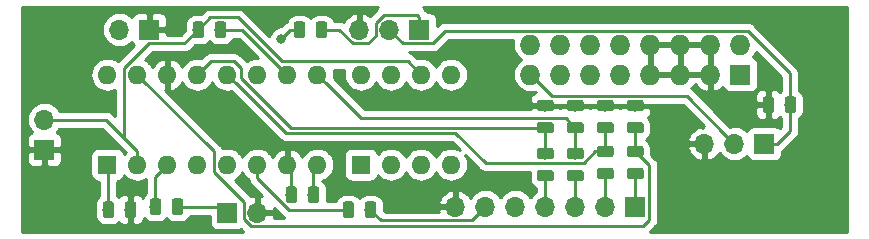
<source format=gbr>
G04 #@! TF.GenerationSoftware,KiCad,Pcbnew,(5.1.2-1)-1*
G04 #@! TF.CreationDate,2019-08-22T09:13:01-07:00*
G04 #@! TF.ProjectId,AS3310_ADSR,41533333-3130-45f4-9144-53522e6b6963,rev?*
G04 #@! TF.SameCoordinates,Original*
G04 #@! TF.FileFunction,Copper,L1,Top*
G04 #@! TF.FilePolarity,Positive*
%FSLAX46Y46*%
G04 Gerber Fmt 4.6, Leading zero omitted, Abs format (unit mm)*
G04 Created by KiCad (PCBNEW (5.1.2-1)-1) date 2019-08-22 09:13:01*
%MOMM*%
%LPD*%
G04 APERTURE LIST*
%ADD10R,1.700000X1.700000*%
%ADD11O,1.700000X1.700000*%
%ADD12R,1.600000X1.600000*%
%ADD13O,1.600000X1.600000*%
%ADD14C,0.100000*%
%ADD15C,0.975000*%
%ADD16R,1.727200X1.727200*%
%ADD17O,1.727200X1.727200*%
%ADD18C,0.800000*%
%ADD19C,3.200001*%
%ADD20C,0.250000*%
%ADD21C,0.254000*%
G04 APERTURE END LIST*
D10*
X94234000Y-71374000D03*
D11*
X96774000Y-71374000D03*
D10*
X87630000Y-55880000D03*
D11*
X85090000Y-55880000D03*
X78740000Y-63500000D03*
D10*
X78740000Y-66040000D03*
D12*
X84074000Y-67310000D03*
D13*
X101854000Y-59690000D03*
X86614000Y-67310000D03*
X99314000Y-59690000D03*
X89154000Y-67310000D03*
X96774000Y-59690000D03*
X91694000Y-67310000D03*
X94234000Y-59690000D03*
X94234000Y-67310000D03*
X91694000Y-59690000D03*
X96774000Y-67310000D03*
X89154000Y-59690000D03*
X99314000Y-67310000D03*
X86614000Y-59690000D03*
X101854000Y-67310000D03*
X84074000Y-59690000D03*
D12*
X105537000Y-67310000D03*
D13*
X113157000Y-59690000D03*
X108077000Y-67310000D03*
X110617000Y-59690000D03*
X110617000Y-67310000D03*
X108077000Y-59690000D03*
X113157000Y-67310000D03*
X105537000Y-59690000D03*
D14*
G36*
X100597642Y-55181174D02*
G01*
X100621303Y-55184684D01*
X100644507Y-55190496D01*
X100667029Y-55198554D01*
X100688653Y-55208782D01*
X100709170Y-55221079D01*
X100728383Y-55235329D01*
X100746107Y-55251393D01*
X100762171Y-55269117D01*
X100776421Y-55288330D01*
X100788718Y-55308847D01*
X100798946Y-55330471D01*
X100807004Y-55352993D01*
X100812816Y-55376197D01*
X100816326Y-55399858D01*
X100817500Y-55423750D01*
X100817500Y-56336250D01*
X100816326Y-56360142D01*
X100812816Y-56383803D01*
X100807004Y-56407007D01*
X100798946Y-56429529D01*
X100788718Y-56451153D01*
X100776421Y-56471670D01*
X100762171Y-56490883D01*
X100746107Y-56508607D01*
X100728383Y-56524671D01*
X100709170Y-56538921D01*
X100688653Y-56551218D01*
X100667029Y-56561446D01*
X100644507Y-56569504D01*
X100621303Y-56575316D01*
X100597642Y-56578826D01*
X100573750Y-56580000D01*
X100086250Y-56580000D01*
X100062358Y-56578826D01*
X100038697Y-56575316D01*
X100015493Y-56569504D01*
X99992971Y-56561446D01*
X99971347Y-56551218D01*
X99950830Y-56538921D01*
X99931617Y-56524671D01*
X99913893Y-56508607D01*
X99897829Y-56490883D01*
X99883579Y-56471670D01*
X99871282Y-56451153D01*
X99861054Y-56429529D01*
X99852996Y-56407007D01*
X99847184Y-56383803D01*
X99843674Y-56360142D01*
X99842500Y-56336250D01*
X99842500Y-55423750D01*
X99843674Y-55399858D01*
X99847184Y-55376197D01*
X99852996Y-55352993D01*
X99861054Y-55330471D01*
X99871282Y-55308847D01*
X99883579Y-55288330D01*
X99897829Y-55269117D01*
X99913893Y-55251393D01*
X99931617Y-55235329D01*
X99950830Y-55221079D01*
X99971347Y-55208782D01*
X99992971Y-55198554D01*
X100015493Y-55190496D01*
X100038697Y-55184684D01*
X100062358Y-55181174D01*
X100086250Y-55180000D01*
X100573750Y-55180000D01*
X100597642Y-55181174D01*
X100597642Y-55181174D01*
G37*
D15*
X100330000Y-55880000D03*
D14*
G36*
X102472642Y-55181174D02*
G01*
X102496303Y-55184684D01*
X102519507Y-55190496D01*
X102542029Y-55198554D01*
X102563653Y-55208782D01*
X102584170Y-55221079D01*
X102603383Y-55235329D01*
X102621107Y-55251393D01*
X102637171Y-55269117D01*
X102651421Y-55288330D01*
X102663718Y-55308847D01*
X102673946Y-55330471D01*
X102682004Y-55352993D01*
X102687816Y-55376197D01*
X102691326Y-55399858D01*
X102692500Y-55423750D01*
X102692500Y-56336250D01*
X102691326Y-56360142D01*
X102687816Y-56383803D01*
X102682004Y-56407007D01*
X102673946Y-56429529D01*
X102663718Y-56451153D01*
X102651421Y-56471670D01*
X102637171Y-56490883D01*
X102621107Y-56508607D01*
X102603383Y-56524671D01*
X102584170Y-56538921D01*
X102563653Y-56551218D01*
X102542029Y-56561446D01*
X102519507Y-56569504D01*
X102496303Y-56575316D01*
X102472642Y-56578826D01*
X102448750Y-56580000D01*
X101961250Y-56580000D01*
X101937358Y-56578826D01*
X101913697Y-56575316D01*
X101890493Y-56569504D01*
X101867971Y-56561446D01*
X101846347Y-56551218D01*
X101825830Y-56538921D01*
X101806617Y-56524671D01*
X101788893Y-56508607D01*
X101772829Y-56490883D01*
X101758579Y-56471670D01*
X101746282Y-56451153D01*
X101736054Y-56429529D01*
X101727996Y-56407007D01*
X101722184Y-56383803D01*
X101718674Y-56360142D01*
X101717500Y-56336250D01*
X101717500Y-55423750D01*
X101718674Y-55399858D01*
X101722184Y-55376197D01*
X101727996Y-55352993D01*
X101736054Y-55330471D01*
X101746282Y-55308847D01*
X101758579Y-55288330D01*
X101772829Y-55269117D01*
X101788893Y-55251393D01*
X101806617Y-55235329D01*
X101825830Y-55221079D01*
X101846347Y-55208782D01*
X101867971Y-55198554D01*
X101890493Y-55190496D01*
X101913697Y-55184684D01*
X101937358Y-55181174D01*
X101961250Y-55180000D01*
X102448750Y-55180000D01*
X102472642Y-55181174D01*
X102472642Y-55181174D01*
G37*
D15*
X102205000Y-55880000D03*
D14*
G36*
X99914142Y-69151174D02*
G01*
X99937803Y-69154684D01*
X99961007Y-69160496D01*
X99983529Y-69168554D01*
X100005153Y-69178782D01*
X100025670Y-69191079D01*
X100044883Y-69205329D01*
X100062607Y-69221393D01*
X100078671Y-69239117D01*
X100092921Y-69258330D01*
X100105218Y-69278847D01*
X100115446Y-69300471D01*
X100123504Y-69322993D01*
X100129316Y-69346197D01*
X100132826Y-69369858D01*
X100134000Y-69393750D01*
X100134000Y-70306250D01*
X100132826Y-70330142D01*
X100129316Y-70353803D01*
X100123504Y-70377007D01*
X100115446Y-70399529D01*
X100105218Y-70421153D01*
X100092921Y-70441670D01*
X100078671Y-70460883D01*
X100062607Y-70478607D01*
X100044883Y-70494671D01*
X100025670Y-70508921D01*
X100005153Y-70521218D01*
X99983529Y-70531446D01*
X99961007Y-70539504D01*
X99937803Y-70545316D01*
X99914142Y-70548826D01*
X99890250Y-70550000D01*
X99402750Y-70550000D01*
X99378858Y-70548826D01*
X99355197Y-70545316D01*
X99331993Y-70539504D01*
X99309471Y-70531446D01*
X99287847Y-70521218D01*
X99267330Y-70508921D01*
X99248117Y-70494671D01*
X99230393Y-70478607D01*
X99214329Y-70460883D01*
X99200079Y-70441670D01*
X99187782Y-70421153D01*
X99177554Y-70399529D01*
X99169496Y-70377007D01*
X99163684Y-70353803D01*
X99160174Y-70330142D01*
X99159000Y-70306250D01*
X99159000Y-69393750D01*
X99160174Y-69369858D01*
X99163684Y-69346197D01*
X99169496Y-69322993D01*
X99177554Y-69300471D01*
X99187782Y-69278847D01*
X99200079Y-69258330D01*
X99214329Y-69239117D01*
X99230393Y-69221393D01*
X99248117Y-69205329D01*
X99267330Y-69191079D01*
X99287847Y-69178782D01*
X99309471Y-69168554D01*
X99331993Y-69160496D01*
X99355197Y-69154684D01*
X99378858Y-69151174D01*
X99402750Y-69150000D01*
X99890250Y-69150000D01*
X99914142Y-69151174D01*
X99914142Y-69151174D01*
G37*
D15*
X99646500Y-69850000D03*
D14*
G36*
X101789142Y-69151174D02*
G01*
X101812803Y-69154684D01*
X101836007Y-69160496D01*
X101858529Y-69168554D01*
X101880153Y-69178782D01*
X101900670Y-69191079D01*
X101919883Y-69205329D01*
X101937607Y-69221393D01*
X101953671Y-69239117D01*
X101967921Y-69258330D01*
X101980218Y-69278847D01*
X101990446Y-69300471D01*
X101998504Y-69322993D01*
X102004316Y-69346197D01*
X102007826Y-69369858D01*
X102009000Y-69393750D01*
X102009000Y-70306250D01*
X102007826Y-70330142D01*
X102004316Y-70353803D01*
X101998504Y-70377007D01*
X101990446Y-70399529D01*
X101980218Y-70421153D01*
X101967921Y-70441670D01*
X101953671Y-70460883D01*
X101937607Y-70478607D01*
X101919883Y-70494671D01*
X101900670Y-70508921D01*
X101880153Y-70521218D01*
X101858529Y-70531446D01*
X101836007Y-70539504D01*
X101812803Y-70545316D01*
X101789142Y-70548826D01*
X101765250Y-70550000D01*
X101277750Y-70550000D01*
X101253858Y-70548826D01*
X101230197Y-70545316D01*
X101206993Y-70539504D01*
X101184471Y-70531446D01*
X101162847Y-70521218D01*
X101142330Y-70508921D01*
X101123117Y-70494671D01*
X101105393Y-70478607D01*
X101089329Y-70460883D01*
X101075079Y-70441670D01*
X101062782Y-70421153D01*
X101052554Y-70399529D01*
X101044496Y-70377007D01*
X101038684Y-70353803D01*
X101035174Y-70330142D01*
X101034000Y-70306250D01*
X101034000Y-69393750D01*
X101035174Y-69369858D01*
X101038684Y-69346197D01*
X101044496Y-69322993D01*
X101052554Y-69300471D01*
X101062782Y-69278847D01*
X101075079Y-69258330D01*
X101089329Y-69239117D01*
X101105393Y-69221393D01*
X101123117Y-69205329D01*
X101142330Y-69191079D01*
X101162847Y-69178782D01*
X101184471Y-69168554D01*
X101206993Y-69160496D01*
X101230197Y-69154684D01*
X101253858Y-69151174D01*
X101277750Y-69150000D01*
X101765250Y-69150000D01*
X101789142Y-69151174D01*
X101789142Y-69151174D01*
G37*
D15*
X101521500Y-69850000D03*
D14*
G36*
X84420142Y-70421174D02*
G01*
X84443803Y-70424684D01*
X84467007Y-70430496D01*
X84489529Y-70438554D01*
X84511153Y-70448782D01*
X84531670Y-70461079D01*
X84550883Y-70475329D01*
X84568607Y-70491393D01*
X84584671Y-70509117D01*
X84598921Y-70528330D01*
X84611218Y-70548847D01*
X84621446Y-70570471D01*
X84629504Y-70592993D01*
X84635316Y-70616197D01*
X84638826Y-70639858D01*
X84640000Y-70663750D01*
X84640000Y-71576250D01*
X84638826Y-71600142D01*
X84635316Y-71623803D01*
X84629504Y-71647007D01*
X84621446Y-71669529D01*
X84611218Y-71691153D01*
X84598921Y-71711670D01*
X84584671Y-71730883D01*
X84568607Y-71748607D01*
X84550883Y-71764671D01*
X84531670Y-71778921D01*
X84511153Y-71791218D01*
X84489529Y-71801446D01*
X84467007Y-71809504D01*
X84443803Y-71815316D01*
X84420142Y-71818826D01*
X84396250Y-71820000D01*
X83908750Y-71820000D01*
X83884858Y-71818826D01*
X83861197Y-71815316D01*
X83837993Y-71809504D01*
X83815471Y-71801446D01*
X83793847Y-71791218D01*
X83773330Y-71778921D01*
X83754117Y-71764671D01*
X83736393Y-71748607D01*
X83720329Y-71730883D01*
X83706079Y-71711670D01*
X83693782Y-71691153D01*
X83683554Y-71669529D01*
X83675496Y-71647007D01*
X83669684Y-71623803D01*
X83666174Y-71600142D01*
X83665000Y-71576250D01*
X83665000Y-70663750D01*
X83666174Y-70639858D01*
X83669684Y-70616197D01*
X83675496Y-70592993D01*
X83683554Y-70570471D01*
X83693782Y-70548847D01*
X83706079Y-70528330D01*
X83720329Y-70509117D01*
X83736393Y-70491393D01*
X83754117Y-70475329D01*
X83773330Y-70461079D01*
X83793847Y-70448782D01*
X83815471Y-70438554D01*
X83837993Y-70430496D01*
X83861197Y-70424684D01*
X83884858Y-70421174D01*
X83908750Y-70420000D01*
X84396250Y-70420000D01*
X84420142Y-70421174D01*
X84420142Y-70421174D01*
G37*
D15*
X84152500Y-71120000D03*
D14*
G36*
X86295142Y-70421174D02*
G01*
X86318803Y-70424684D01*
X86342007Y-70430496D01*
X86364529Y-70438554D01*
X86386153Y-70448782D01*
X86406670Y-70461079D01*
X86425883Y-70475329D01*
X86443607Y-70491393D01*
X86459671Y-70509117D01*
X86473921Y-70528330D01*
X86486218Y-70548847D01*
X86496446Y-70570471D01*
X86504504Y-70592993D01*
X86510316Y-70616197D01*
X86513826Y-70639858D01*
X86515000Y-70663750D01*
X86515000Y-71576250D01*
X86513826Y-71600142D01*
X86510316Y-71623803D01*
X86504504Y-71647007D01*
X86496446Y-71669529D01*
X86486218Y-71691153D01*
X86473921Y-71711670D01*
X86459671Y-71730883D01*
X86443607Y-71748607D01*
X86425883Y-71764671D01*
X86406670Y-71778921D01*
X86386153Y-71791218D01*
X86364529Y-71801446D01*
X86342007Y-71809504D01*
X86318803Y-71815316D01*
X86295142Y-71818826D01*
X86271250Y-71820000D01*
X85783750Y-71820000D01*
X85759858Y-71818826D01*
X85736197Y-71815316D01*
X85712993Y-71809504D01*
X85690471Y-71801446D01*
X85668847Y-71791218D01*
X85648330Y-71778921D01*
X85629117Y-71764671D01*
X85611393Y-71748607D01*
X85595329Y-71730883D01*
X85581079Y-71711670D01*
X85568782Y-71691153D01*
X85558554Y-71669529D01*
X85550496Y-71647007D01*
X85544684Y-71623803D01*
X85541174Y-71600142D01*
X85540000Y-71576250D01*
X85540000Y-70663750D01*
X85541174Y-70639858D01*
X85544684Y-70616197D01*
X85550496Y-70592993D01*
X85558554Y-70570471D01*
X85568782Y-70548847D01*
X85581079Y-70528330D01*
X85595329Y-70509117D01*
X85611393Y-70491393D01*
X85629117Y-70475329D01*
X85648330Y-70461079D01*
X85668847Y-70448782D01*
X85690471Y-70438554D01*
X85712993Y-70430496D01*
X85736197Y-70424684D01*
X85759858Y-70421174D01*
X85783750Y-70420000D01*
X86271250Y-70420000D01*
X86295142Y-70421174D01*
X86295142Y-70421174D01*
G37*
D15*
X86027500Y-71120000D03*
D10*
X128778000Y-70866000D03*
D11*
X126238000Y-70866000D03*
X123698000Y-70866000D03*
X121158000Y-70866000D03*
X118618000Y-70866000D03*
X116078000Y-70866000D03*
X113538000Y-70866000D03*
X134620000Y-65532000D03*
X137160000Y-65532000D03*
D10*
X139700000Y-65532000D03*
X110490000Y-55880000D03*
D11*
X107950000Y-55880000D03*
X105410000Y-55880000D03*
D16*
X137668000Y-59690000D03*
D17*
X137668000Y-57150000D03*
X135128000Y-59690000D03*
X135128000Y-57150000D03*
X132588000Y-59690000D03*
X132588000Y-57150000D03*
X130048000Y-59690000D03*
X130048000Y-57150000D03*
X127508000Y-59690000D03*
X127508000Y-57150000D03*
X124968000Y-59690000D03*
X124968000Y-57150000D03*
X122428000Y-59690000D03*
X122428000Y-57150000D03*
X119888000Y-59690000D03*
X119888000Y-57150000D03*
D14*
G36*
X129258142Y-65710674D02*
G01*
X129281803Y-65714184D01*
X129305007Y-65719996D01*
X129327529Y-65728054D01*
X129349153Y-65738282D01*
X129369670Y-65750579D01*
X129388883Y-65764829D01*
X129406607Y-65780893D01*
X129422671Y-65798617D01*
X129436921Y-65817830D01*
X129449218Y-65838347D01*
X129459446Y-65859971D01*
X129467504Y-65882493D01*
X129473316Y-65905697D01*
X129476826Y-65929358D01*
X129478000Y-65953250D01*
X129478000Y-66440750D01*
X129476826Y-66464642D01*
X129473316Y-66488303D01*
X129467504Y-66511507D01*
X129459446Y-66534029D01*
X129449218Y-66555653D01*
X129436921Y-66576170D01*
X129422671Y-66595383D01*
X129406607Y-66613107D01*
X129388883Y-66629171D01*
X129369670Y-66643421D01*
X129349153Y-66655718D01*
X129327529Y-66665946D01*
X129305007Y-66674004D01*
X129281803Y-66679816D01*
X129258142Y-66683326D01*
X129234250Y-66684500D01*
X128321750Y-66684500D01*
X128297858Y-66683326D01*
X128274197Y-66679816D01*
X128250993Y-66674004D01*
X128228471Y-66665946D01*
X128206847Y-66655718D01*
X128186330Y-66643421D01*
X128167117Y-66629171D01*
X128149393Y-66613107D01*
X128133329Y-66595383D01*
X128119079Y-66576170D01*
X128106782Y-66555653D01*
X128096554Y-66534029D01*
X128088496Y-66511507D01*
X128082684Y-66488303D01*
X128079174Y-66464642D01*
X128078000Y-66440750D01*
X128078000Y-65953250D01*
X128079174Y-65929358D01*
X128082684Y-65905697D01*
X128088496Y-65882493D01*
X128096554Y-65859971D01*
X128106782Y-65838347D01*
X128119079Y-65817830D01*
X128133329Y-65798617D01*
X128149393Y-65780893D01*
X128167117Y-65764829D01*
X128186330Y-65750579D01*
X128206847Y-65738282D01*
X128228471Y-65728054D01*
X128250993Y-65719996D01*
X128274197Y-65714184D01*
X128297858Y-65710674D01*
X128321750Y-65709500D01*
X129234250Y-65709500D01*
X129258142Y-65710674D01*
X129258142Y-65710674D01*
G37*
D15*
X128778000Y-66197000D03*
D14*
G36*
X129258142Y-67585674D02*
G01*
X129281803Y-67589184D01*
X129305007Y-67594996D01*
X129327529Y-67603054D01*
X129349153Y-67613282D01*
X129369670Y-67625579D01*
X129388883Y-67639829D01*
X129406607Y-67655893D01*
X129422671Y-67673617D01*
X129436921Y-67692830D01*
X129449218Y-67713347D01*
X129459446Y-67734971D01*
X129467504Y-67757493D01*
X129473316Y-67780697D01*
X129476826Y-67804358D01*
X129478000Y-67828250D01*
X129478000Y-68315750D01*
X129476826Y-68339642D01*
X129473316Y-68363303D01*
X129467504Y-68386507D01*
X129459446Y-68409029D01*
X129449218Y-68430653D01*
X129436921Y-68451170D01*
X129422671Y-68470383D01*
X129406607Y-68488107D01*
X129388883Y-68504171D01*
X129369670Y-68518421D01*
X129349153Y-68530718D01*
X129327529Y-68540946D01*
X129305007Y-68549004D01*
X129281803Y-68554816D01*
X129258142Y-68558326D01*
X129234250Y-68559500D01*
X128321750Y-68559500D01*
X128297858Y-68558326D01*
X128274197Y-68554816D01*
X128250993Y-68549004D01*
X128228471Y-68540946D01*
X128206847Y-68530718D01*
X128186330Y-68518421D01*
X128167117Y-68504171D01*
X128149393Y-68488107D01*
X128133329Y-68470383D01*
X128119079Y-68451170D01*
X128106782Y-68430653D01*
X128096554Y-68409029D01*
X128088496Y-68386507D01*
X128082684Y-68363303D01*
X128079174Y-68339642D01*
X128078000Y-68315750D01*
X128078000Y-67828250D01*
X128079174Y-67804358D01*
X128082684Y-67780697D01*
X128088496Y-67757493D01*
X128096554Y-67734971D01*
X128106782Y-67713347D01*
X128119079Y-67692830D01*
X128133329Y-67673617D01*
X128149393Y-67655893D01*
X128167117Y-67639829D01*
X128186330Y-67625579D01*
X128206847Y-67613282D01*
X128228471Y-67603054D01*
X128250993Y-67594996D01*
X128274197Y-67589184D01*
X128297858Y-67585674D01*
X128321750Y-67584500D01*
X129234250Y-67584500D01*
X129258142Y-67585674D01*
X129258142Y-67585674D01*
G37*
D15*
X128778000Y-68072000D03*
D14*
G36*
X129258142Y-63697174D02*
G01*
X129281803Y-63700684D01*
X129305007Y-63706496D01*
X129327529Y-63714554D01*
X129349153Y-63724782D01*
X129369670Y-63737079D01*
X129388883Y-63751329D01*
X129406607Y-63767393D01*
X129422671Y-63785117D01*
X129436921Y-63804330D01*
X129449218Y-63824847D01*
X129459446Y-63846471D01*
X129467504Y-63868993D01*
X129473316Y-63892197D01*
X129476826Y-63915858D01*
X129478000Y-63939750D01*
X129478000Y-64427250D01*
X129476826Y-64451142D01*
X129473316Y-64474803D01*
X129467504Y-64498007D01*
X129459446Y-64520529D01*
X129449218Y-64542153D01*
X129436921Y-64562670D01*
X129422671Y-64581883D01*
X129406607Y-64599607D01*
X129388883Y-64615671D01*
X129369670Y-64629921D01*
X129349153Y-64642218D01*
X129327529Y-64652446D01*
X129305007Y-64660504D01*
X129281803Y-64666316D01*
X129258142Y-64669826D01*
X129234250Y-64671000D01*
X128321750Y-64671000D01*
X128297858Y-64669826D01*
X128274197Y-64666316D01*
X128250993Y-64660504D01*
X128228471Y-64652446D01*
X128206847Y-64642218D01*
X128186330Y-64629921D01*
X128167117Y-64615671D01*
X128149393Y-64599607D01*
X128133329Y-64581883D01*
X128119079Y-64562670D01*
X128106782Y-64542153D01*
X128096554Y-64520529D01*
X128088496Y-64498007D01*
X128082684Y-64474803D01*
X128079174Y-64451142D01*
X128078000Y-64427250D01*
X128078000Y-63939750D01*
X128079174Y-63915858D01*
X128082684Y-63892197D01*
X128088496Y-63868993D01*
X128096554Y-63846471D01*
X128106782Y-63824847D01*
X128119079Y-63804330D01*
X128133329Y-63785117D01*
X128149393Y-63767393D01*
X128167117Y-63751329D01*
X128186330Y-63737079D01*
X128206847Y-63724782D01*
X128228471Y-63714554D01*
X128250993Y-63706496D01*
X128274197Y-63700684D01*
X128297858Y-63697174D01*
X128321750Y-63696000D01*
X129234250Y-63696000D01*
X129258142Y-63697174D01*
X129258142Y-63697174D01*
G37*
D15*
X128778000Y-64183500D03*
D14*
G36*
X129258142Y-61822174D02*
G01*
X129281803Y-61825684D01*
X129305007Y-61831496D01*
X129327529Y-61839554D01*
X129349153Y-61849782D01*
X129369670Y-61862079D01*
X129388883Y-61876329D01*
X129406607Y-61892393D01*
X129422671Y-61910117D01*
X129436921Y-61929330D01*
X129449218Y-61949847D01*
X129459446Y-61971471D01*
X129467504Y-61993993D01*
X129473316Y-62017197D01*
X129476826Y-62040858D01*
X129478000Y-62064750D01*
X129478000Y-62552250D01*
X129476826Y-62576142D01*
X129473316Y-62599803D01*
X129467504Y-62623007D01*
X129459446Y-62645529D01*
X129449218Y-62667153D01*
X129436921Y-62687670D01*
X129422671Y-62706883D01*
X129406607Y-62724607D01*
X129388883Y-62740671D01*
X129369670Y-62754921D01*
X129349153Y-62767218D01*
X129327529Y-62777446D01*
X129305007Y-62785504D01*
X129281803Y-62791316D01*
X129258142Y-62794826D01*
X129234250Y-62796000D01*
X128321750Y-62796000D01*
X128297858Y-62794826D01*
X128274197Y-62791316D01*
X128250993Y-62785504D01*
X128228471Y-62777446D01*
X128206847Y-62767218D01*
X128186330Y-62754921D01*
X128167117Y-62740671D01*
X128149393Y-62724607D01*
X128133329Y-62706883D01*
X128119079Y-62687670D01*
X128106782Y-62667153D01*
X128096554Y-62645529D01*
X128088496Y-62623007D01*
X128082684Y-62599803D01*
X128079174Y-62576142D01*
X128078000Y-62552250D01*
X128078000Y-62064750D01*
X128079174Y-62040858D01*
X128082684Y-62017197D01*
X128088496Y-61993993D01*
X128096554Y-61971471D01*
X128106782Y-61949847D01*
X128119079Y-61929330D01*
X128133329Y-61910117D01*
X128149393Y-61892393D01*
X128167117Y-61876329D01*
X128186330Y-61862079D01*
X128206847Y-61849782D01*
X128228471Y-61839554D01*
X128250993Y-61831496D01*
X128274197Y-61825684D01*
X128297858Y-61822174D01*
X128321750Y-61821000D01*
X129234250Y-61821000D01*
X129258142Y-61822174D01*
X129258142Y-61822174D01*
G37*
D15*
X128778000Y-62308500D03*
D14*
G36*
X126718142Y-65710674D02*
G01*
X126741803Y-65714184D01*
X126765007Y-65719996D01*
X126787529Y-65728054D01*
X126809153Y-65738282D01*
X126829670Y-65750579D01*
X126848883Y-65764829D01*
X126866607Y-65780893D01*
X126882671Y-65798617D01*
X126896921Y-65817830D01*
X126909218Y-65838347D01*
X126919446Y-65859971D01*
X126927504Y-65882493D01*
X126933316Y-65905697D01*
X126936826Y-65929358D01*
X126938000Y-65953250D01*
X126938000Y-66440750D01*
X126936826Y-66464642D01*
X126933316Y-66488303D01*
X126927504Y-66511507D01*
X126919446Y-66534029D01*
X126909218Y-66555653D01*
X126896921Y-66576170D01*
X126882671Y-66595383D01*
X126866607Y-66613107D01*
X126848883Y-66629171D01*
X126829670Y-66643421D01*
X126809153Y-66655718D01*
X126787529Y-66665946D01*
X126765007Y-66674004D01*
X126741803Y-66679816D01*
X126718142Y-66683326D01*
X126694250Y-66684500D01*
X125781750Y-66684500D01*
X125757858Y-66683326D01*
X125734197Y-66679816D01*
X125710993Y-66674004D01*
X125688471Y-66665946D01*
X125666847Y-66655718D01*
X125646330Y-66643421D01*
X125627117Y-66629171D01*
X125609393Y-66613107D01*
X125593329Y-66595383D01*
X125579079Y-66576170D01*
X125566782Y-66555653D01*
X125556554Y-66534029D01*
X125548496Y-66511507D01*
X125542684Y-66488303D01*
X125539174Y-66464642D01*
X125538000Y-66440750D01*
X125538000Y-65953250D01*
X125539174Y-65929358D01*
X125542684Y-65905697D01*
X125548496Y-65882493D01*
X125556554Y-65859971D01*
X125566782Y-65838347D01*
X125579079Y-65817830D01*
X125593329Y-65798617D01*
X125609393Y-65780893D01*
X125627117Y-65764829D01*
X125646330Y-65750579D01*
X125666847Y-65738282D01*
X125688471Y-65728054D01*
X125710993Y-65719996D01*
X125734197Y-65714184D01*
X125757858Y-65710674D01*
X125781750Y-65709500D01*
X126694250Y-65709500D01*
X126718142Y-65710674D01*
X126718142Y-65710674D01*
G37*
D15*
X126238000Y-66197000D03*
D14*
G36*
X126718142Y-67585674D02*
G01*
X126741803Y-67589184D01*
X126765007Y-67594996D01*
X126787529Y-67603054D01*
X126809153Y-67613282D01*
X126829670Y-67625579D01*
X126848883Y-67639829D01*
X126866607Y-67655893D01*
X126882671Y-67673617D01*
X126896921Y-67692830D01*
X126909218Y-67713347D01*
X126919446Y-67734971D01*
X126927504Y-67757493D01*
X126933316Y-67780697D01*
X126936826Y-67804358D01*
X126938000Y-67828250D01*
X126938000Y-68315750D01*
X126936826Y-68339642D01*
X126933316Y-68363303D01*
X126927504Y-68386507D01*
X126919446Y-68409029D01*
X126909218Y-68430653D01*
X126896921Y-68451170D01*
X126882671Y-68470383D01*
X126866607Y-68488107D01*
X126848883Y-68504171D01*
X126829670Y-68518421D01*
X126809153Y-68530718D01*
X126787529Y-68540946D01*
X126765007Y-68549004D01*
X126741803Y-68554816D01*
X126718142Y-68558326D01*
X126694250Y-68559500D01*
X125781750Y-68559500D01*
X125757858Y-68558326D01*
X125734197Y-68554816D01*
X125710993Y-68549004D01*
X125688471Y-68540946D01*
X125666847Y-68530718D01*
X125646330Y-68518421D01*
X125627117Y-68504171D01*
X125609393Y-68488107D01*
X125593329Y-68470383D01*
X125579079Y-68451170D01*
X125566782Y-68430653D01*
X125556554Y-68409029D01*
X125548496Y-68386507D01*
X125542684Y-68363303D01*
X125539174Y-68339642D01*
X125538000Y-68315750D01*
X125538000Y-67828250D01*
X125539174Y-67804358D01*
X125542684Y-67780697D01*
X125548496Y-67757493D01*
X125556554Y-67734971D01*
X125566782Y-67713347D01*
X125579079Y-67692830D01*
X125593329Y-67673617D01*
X125609393Y-67655893D01*
X125627117Y-67639829D01*
X125646330Y-67625579D01*
X125666847Y-67613282D01*
X125688471Y-67603054D01*
X125710993Y-67594996D01*
X125734197Y-67589184D01*
X125757858Y-67585674D01*
X125781750Y-67584500D01*
X126694250Y-67584500D01*
X126718142Y-67585674D01*
X126718142Y-67585674D01*
G37*
D15*
X126238000Y-68072000D03*
D14*
G36*
X126718142Y-63697174D02*
G01*
X126741803Y-63700684D01*
X126765007Y-63706496D01*
X126787529Y-63714554D01*
X126809153Y-63724782D01*
X126829670Y-63737079D01*
X126848883Y-63751329D01*
X126866607Y-63767393D01*
X126882671Y-63785117D01*
X126896921Y-63804330D01*
X126909218Y-63824847D01*
X126919446Y-63846471D01*
X126927504Y-63868993D01*
X126933316Y-63892197D01*
X126936826Y-63915858D01*
X126938000Y-63939750D01*
X126938000Y-64427250D01*
X126936826Y-64451142D01*
X126933316Y-64474803D01*
X126927504Y-64498007D01*
X126919446Y-64520529D01*
X126909218Y-64542153D01*
X126896921Y-64562670D01*
X126882671Y-64581883D01*
X126866607Y-64599607D01*
X126848883Y-64615671D01*
X126829670Y-64629921D01*
X126809153Y-64642218D01*
X126787529Y-64652446D01*
X126765007Y-64660504D01*
X126741803Y-64666316D01*
X126718142Y-64669826D01*
X126694250Y-64671000D01*
X125781750Y-64671000D01*
X125757858Y-64669826D01*
X125734197Y-64666316D01*
X125710993Y-64660504D01*
X125688471Y-64652446D01*
X125666847Y-64642218D01*
X125646330Y-64629921D01*
X125627117Y-64615671D01*
X125609393Y-64599607D01*
X125593329Y-64581883D01*
X125579079Y-64562670D01*
X125566782Y-64542153D01*
X125556554Y-64520529D01*
X125548496Y-64498007D01*
X125542684Y-64474803D01*
X125539174Y-64451142D01*
X125538000Y-64427250D01*
X125538000Y-63939750D01*
X125539174Y-63915858D01*
X125542684Y-63892197D01*
X125548496Y-63868993D01*
X125556554Y-63846471D01*
X125566782Y-63824847D01*
X125579079Y-63804330D01*
X125593329Y-63785117D01*
X125609393Y-63767393D01*
X125627117Y-63751329D01*
X125646330Y-63737079D01*
X125666847Y-63724782D01*
X125688471Y-63714554D01*
X125710993Y-63706496D01*
X125734197Y-63700684D01*
X125757858Y-63697174D01*
X125781750Y-63696000D01*
X126694250Y-63696000D01*
X126718142Y-63697174D01*
X126718142Y-63697174D01*
G37*
D15*
X126238000Y-64183500D03*
D14*
G36*
X126718142Y-61822174D02*
G01*
X126741803Y-61825684D01*
X126765007Y-61831496D01*
X126787529Y-61839554D01*
X126809153Y-61849782D01*
X126829670Y-61862079D01*
X126848883Y-61876329D01*
X126866607Y-61892393D01*
X126882671Y-61910117D01*
X126896921Y-61929330D01*
X126909218Y-61949847D01*
X126919446Y-61971471D01*
X126927504Y-61993993D01*
X126933316Y-62017197D01*
X126936826Y-62040858D01*
X126938000Y-62064750D01*
X126938000Y-62552250D01*
X126936826Y-62576142D01*
X126933316Y-62599803D01*
X126927504Y-62623007D01*
X126919446Y-62645529D01*
X126909218Y-62667153D01*
X126896921Y-62687670D01*
X126882671Y-62706883D01*
X126866607Y-62724607D01*
X126848883Y-62740671D01*
X126829670Y-62754921D01*
X126809153Y-62767218D01*
X126787529Y-62777446D01*
X126765007Y-62785504D01*
X126741803Y-62791316D01*
X126718142Y-62794826D01*
X126694250Y-62796000D01*
X125781750Y-62796000D01*
X125757858Y-62794826D01*
X125734197Y-62791316D01*
X125710993Y-62785504D01*
X125688471Y-62777446D01*
X125666847Y-62767218D01*
X125646330Y-62754921D01*
X125627117Y-62740671D01*
X125609393Y-62724607D01*
X125593329Y-62706883D01*
X125579079Y-62687670D01*
X125566782Y-62667153D01*
X125556554Y-62645529D01*
X125548496Y-62623007D01*
X125542684Y-62599803D01*
X125539174Y-62576142D01*
X125538000Y-62552250D01*
X125538000Y-62064750D01*
X125539174Y-62040858D01*
X125542684Y-62017197D01*
X125548496Y-61993993D01*
X125556554Y-61971471D01*
X125566782Y-61949847D01*
X125579079Y-61929330D01*
X125593329Y-61910117D01*
X125609393Y-61892393D01*
X125627117Y-61876329D01*
X125646330Y-61862079D01*
X125666847Y-61849782D01*
X125688471Y-61839554D01*
X125710993Y-61831496D01*
X125734197Y-61825684D01*
X125757858Y-61822174D01*
X125781750Y-61821000D01*
X126694250Y-61821000D01*
X126718142Y-61822174D01*
X126718142Y-61822174D01*
G37*
D15*
X126238000Y-62308500D03*
D14*
G36*
X124178142Y-65886174D02*
G01*
X124201803Y-65889684D01*
X124225007Y-65895496D01*
X124247529Y-65903554D01*
X124269153Y-65913782D01*
X124289670Y-65926079D01*
X124308883Y-65940329D01*
X124326607Y-65956393D01*
X124342671Y-65974117D01*
X124356921Y-65993330D01*
X124369218Y-66013847D01*
X124379446Y-66035471D01*
X124387504Y-66057993D01*
X124393316Y-66081197D01*
X124396826Y-66104858D01*
X124398000Y-66128750D01*
X124398000Y-66616250D01*
X124396826Y-66640142D01*
X124393316Y-66663803D01*
X124387504Y-66687007D01*
X124379446Y-66709529D01*
X124369218Y-66731153D01*
X124356921Y-66751670D01*
X124342671Y-66770883D01*
X124326607Y-66788607D01*
X124308883Y-66804671D01*
X124289670Y-66818921D01*
X124269153Y-66831218D01*
X124247529Y-66841446D01*
X124225007Y-66849504D01*
X124201803Y-66855316D01*
X124178142Y-66858826D01*
X124154250Y-66860000D01*
X123241750Y-66860000D01*
X123217858Y-66858826D01*
X123194197Y-66855316D01*
X123170993Y-66849504D01*
X123148471Y-66841446D01*
X123126847Y-66831218D01*
X123106330Y-66818921D01*
X123087117Y-66804671D01*
X123069393Y-66788607D01*
X123053329Y-66770883D01*
X123039079Y-66751670D01*
X123026782Y-66731153D01*
X123016554Y-66709529D01*
X123008496Y-66687007D01*
X123002684Y-66663803D01*
X122999174Y-66640142D01*
X122998000Y-66616250D01*
X122998000Y-66128750D01*
X122999174Y-66104858D01*
X123002684Y-66081197D01*
X123008496Y-66057993D01*
X123016554Y-66035471D01*
X123026782Y-66013847D01*
X123039079Y-65993330D01*
X123053329Y-65974117D01*
X123069393Y-65956393D01*
X123087117Y-65940329D01*
X123106330Y-65926079D01*
X123126847Y-65913782D01*
X123148471Y-65903554D01*
X123170993Y-65895496D01*
X123194197Y-65889684D01*
X123217858Y-65886174D01*
X123241750Y-65885000D01*
X124154250Y-65885000D01*
X124178142Y-65886174D01*
X124178142Y-65886174D01*
G37*
D15*
X123698000Y-66372500D03*
D14*
G36*
X124178142Y-67761174D02*
G01*
X124201803Y-67764684D01*
X124225007Y-67770496D01*
X124247529Y-67778554D01*
X124269153Y-67788782D01*
X124289670Y-67801079D01*
X124308883Y-67815329D01*
X124326607Y-67831393D01*
X124342671Y-67849117D01*
X124356921Y-67868330D01*
X124369218Y-67888847D01*
X124379446Y-67910471D01*
X124387504Y-67932993D01*
X124393316Y-67956197D01*
X124396826Y-67979858D01*
X124398000Y-68003750D01*
X124398000Y-68491250D01*
X124396826Y-68515142D01*
X124393316Y-68538803D01*
X124387504Y-68562007D01*
X124379446Y-68584529D01*
X124369218Y-68606153D01*
X124356921Y-68626670D01*
X124342671Y-68645883D01*
X124326607Y-68663607D01*
X124308883Y-68679671D01*
X124289670Y-68693921D01*
X124269153Y-68706218D01*
X124247529Y-68716446D01*
X124225007Y-68724504D01*
X124201803Y-68730316D01*
X124178142Y-68733826D01*
X124154250Y-68735000D01*
X123241750Y-68735000D01*
X123217858Y-68733826D01*
X123194197Y-68730316D01*
X123170993Y-68724504D01*
X123148471Y-68716446D01*
X123126847Y-68706218D01*
X123106330Y-68693921D01*
X123087117Y-68679671D01*
X123069393Y-68663607D01*
X123053329Y-68645883D01*
X123039079Y-68626670D01*
X123026782Y-68606153D01*
X123016554Y-68584529D01*
X123008496Y-68562007D01*
X123002684Y-68538803D01*
X122999174Y-68515142D01*
X122998000Y-68491250D01*
X122998000Y-68003750D01*
X122999174Y-67979858D01*
X123002684Y-67956197D01*
X123008496Y-67932993D01*
X123016554Y-67910471D01*
X123026782Y-67888847D01*
X123039079Y-67868330D01*
X123053329Y-67849117D01*
X123069393Y-67831393D01*
X123087117Y-67815329D01*
X123106330Y-67801079D01*
X123126847Y-67788782D01*
X123148471Y-67778554D01*
X123170993Y-67770496D01*
X123194197Y-67764684D01*
X123217858Y-67761174D01*
X123241750Y-67760000D01*
X124154250Y-67760000D01*
X124178142Y-67761174D01*
X124178142Y-67761174D01*
G37*
D15*
X123698000Y-68247500D03*
D14*
G36*
X124178142Y-63697174D02*
G01*
X124201803Y-63700684D01*
X124225007Y-63706496D01*
X124247529Y-63714554D01*
X124269153Y-63724782D01*
X124289670Y-63737079D01*
X124308883Y-63751329D01*
X124326607Y-63767393D01*
X124342671Y-63785117D01*
X124356921Y-63804330D01*
X124369218Y-63824847D01*
X124379446Y-63846471D01*
X124387504Y-63868993D01*
X124393316Y-63892197D01*
X124396826Y-63915858D01*
X124398000Y-63939750D01*
X124398000Y-64427250D01*
X124396826Y-64451142D01*
X124393316Y-64474803D01*
X124387504Y-64498007D01*
X124379446Y-64520529D01*
X124369218Y-64542153D01*
X124356921Y-64562670D01*
X124342671Y-64581883D01*
X124326607Y-64599607D01*
X124308883Y-64615671D01*
X124289670Y-64629921D01*
X124269153Y-64642218D01*
X124247529Y-64652446D01*
X124225007Y-64660504D01*
X124201803Y-64666316D01*
X124178142Y-64669826D01*
X124154250Y-64671000D01*
X123241750Y-64671000D01*
X123217858Y-64669826D01*
X123194197Y-64666316D01*
X123170993Y-64660504D01*
X123148471Y-64652446D01*
X123126847Y-64642218D01*
X123106330Y-64629921D01*
X123087117Y-64615671D01*
X123069393Y-64599607D01*
X123053329Y-64581883D01*
X123039079Y-64562670D01*
X123026782Y-64542153D01*
X123016554Y-64520529D01*
X123008496Y-64498007D01*
X123002684Y-64474803D01*
X122999174Y-64451142D01*
X122998000Y-64427250D01*
X122998000Y-63939750D01*
X122999174Y-63915858D01*
X123002684Y-63892197D01*
X123008496Y-63868993D01*
X123016554Y-63846471D01*
X123026782Y-63824847D01*
X123039079Y-63804330D01*
X123053329Y-63785117D01*
X123069393Y-63767393D01*
X123087117Y-63751329D01*
X123106330Y-63737079D01*
X123126847Y-63724782D01*
X123148471Y-63714554D01*
X123170993Y-63706496D01*
X123194197Y-63700684D01*
X123217858Y-63697174D01*
X123241750Y-63696000D01*
X124154250Y-63696000D01*
X124178142Y-63697174D01*
X124178142Y-63697174D01*
G37*
D15*
X123698000Y-64183500D03*
D14*
G36*
X124178142Y-61822174D02*
G01*
X124201803Y-61825684D01*
X124225007Y-61831496D01*
X124247529Y-61839554D01*
X124269153Y-61849782D01*
X124289670Y-61862079D01*
X124308883Y-61876329D01*
X124326607Y-61892393D01*
X124342671Y-61910117D01*
X124356921Y-61929330D01*
X124369218Y-61949847D01*
X124379446Y-61971471D01*
X124387504Y-61993993D01*
X124393316Y-62017197D01*
X124396826Y-62040858D01*
X124398000Y-62064750D01*
X124398000Y-62552250D01*
X124396826Y-62576142D01*
X124393316Y-62599803D01*
X124387504Y-62623007D01*
X124379446Y-62645529D01*
X124369218Y-62667153D01*
X124356921Y-62687670D01*
X124342671Y-62706883D01*
X124326607Y-62724607D01*
X124308883Y-62740671D01*
X124289670Y-62754921D01*
X124269153Y-62767218D01*
X124247529Y-62777446D01*
X124225007Y-62785504D01*
X124201803Y-62791316D01*
X124178142Y-62794826D01*
X124154250Y-62796000D01*
X123241750Y-62796000D01*
X123217858Y-62794826D01*
X123194197Y-62791316D01*
X123170993Y-62785504D01*
X123148471Y-62777446D01*
X123126847Y-62767218D01*
X123106330Y-62754921D01*
X123087117Y-62740671D01*
X123069393Y-62724607D01*
X123053329Y-62706883D01*
X123039079Y-62687670D01*
X123026782Y-62667153D01*
X123016554Y-62645529D01*
X123008496Y-62623007D01*
X123002684Y-62599803D01*
X122999174Y-62576142D01*
X122998000Y-62552250D01*
X122998000Y-62064750D01*
X122999174Y-62040858D01*
X123002684Y-62017197D01*
X123008496Y-61993993D01*
X123016554Y-61971471D01*
X123026782Y-61949847D01*
X123039079Y-61929330D01*
X123053329Y-61910117D01*
X123069393Y-61892393D01*
X123087117Y-61876329D01*
X123106330Y-61862079D01*
X123126847Y-61849782D01*
X123148471Y-61839554D01*
X123170993Y-61831496D01*
X123194197Y-61825684D01*
X123217858Y-61822174D01*
X123241750Y-61821000D01*
X124154250Y-61821000D01*
X124178142Y-61822174D01*
X124178142Y-61822174D01*
G37*
D15*
X123698000Y-62308500D03*
D14*
G36*
X121638142Y-65886174D02*
G01*
X121661803Y-65889684D01*
X121685007Y-65895496D01*
X121707529Y-65903554D01*
X121729153Y-65913782D01*
X121749670Y-65926079D01*
X121768883Y-65940329D01*
X121786607Y-65956393D01*
X121802671Y-65974117D01*
X121816921Y-65993330D01*
X121829218Y-66013847D01*
X121839446Y-66035471D01*
X121847504Y-66057993D01*
X121853316Y-66081197D01*
X121856826Y-66104858D01*
X121858000Y-66128750D01*
X121858000Y-66616250D01*
X121856826Y-66640142D01*
X121853316Y-66663803D01*
X121847504Y-66687007D01*
X121839446Y-66709529D01*
X121829218Y-66731153D01*
X121816921Y-66751670D01*
X121802671Y-66770883D01*
X121786607Y-66788607D01*
X121768883Y-66804671D01*
X121749670Y-66818921D01*
X121729153Y-66831218D01*
X121707529Y-66841446D01*
X121685007Y-66849504D01*
X121661803Y-66855316D01*
X121638142Y-66858826D01*
X121614250Y-66860000D01*
X120701750Y-66860000D01*
X120677858Y-66858826D01*
X120654197Y-66855316D01*
X120630993Y-66849504D01*
X120608471Y-66841446D01*
X120586847Y-66831218D01*
X120566330Y-66818921D01*
X120547117Y-66804671D01*
X120529393Y-66788607D01*
X120513329Y-66770883D01*
X120499079Y-66751670D01*
X120486782Y-66731153D01*
X120476554Y-66709529D01*
X120468496Y-66687007D01*
X120462684Y-66663803D01*
X120459174Y-66640142D01*
X120458000Y-66616250D01*
X120458000Y-66128750D01*
X120459174Y-66104858D01*
X120462684Y-66081197D01*
X120468496Y-66057993D01*
X120476554Y-66035471D01*
X120486782Y-66013847D01*
X120499079Y-65993330D01*
X120513329Y-65974117D01*
X120529393Y-65956393D01*
X120547117Y-65940329D01*
X120566330Y-65926079D01*
X120586847Y-65913782D01*
X120608471Y-65903554D01*
X120630993Y-65895496D01*
X120654197Y-65889684D01*
X120677858Y-65886174D01*
X120701750Y-65885000D01*
X121614250Y-65885000D01*
X121638142Y-65886174D01*
X121638142Y-65886174D01*
G37*
D15*
X121158000Y-66372500D03*
D14*
G36*
X121638142Y-67761174D02*
G01*
X121661803Y-67764684D01*
X121685007Y-67770496D01*
X121707529Y-67778554D01*
X121729153Y-67788782D01*
X121749670Y-67801079D01*
X121768883Y-67815329D01*
X121786607Y-67831393D01*
X121802671Y-67849117D01*
X121816921Y-67868330D01*
X121829218Y-67888847D01*
X121839446Y-67910471D01*
X121847504Y-67932993D01*
X121853316Y-67956197D01*
X121856826Y-67979858D01*
X121858000Y-68003750D01*
X121858000Y-68491250D01*
X121856826Y-68515142D01*
X121853316Y-68538803D01*
X121847504Y-68562007D01*
X121839446Y-68584529D01*
X121829218Y-68606153D01*
X121816921Y-68626670D01*
X121802671Y-68645883D01*
X121786607Y-68663607D01*
X121768883Y-68679671D01*
X121749670Y-68693921D01*
X121729153Y-68706218D01*
X121707529Y-68716446D01*
X121685007Y-68724504D01*
X121661803Y-68730316D01*
X121638142Y-68733826D01*
X121614250Y-68735000D01*
X120701750Y-68735000D01*
X120677858Y-68733826D01*
X120654197Y-68730316D01*
X120630993Y-68724504D01*
X120608471Y-68716446D01*
X120586847Y-68706218D01*
X120566330Y-68693921D01*
X120547117Y-68679671D01*
X120529393Y-68663607D01*
X120513329Y-68645883D01*
X120499079Y-68626670D01*
X120486782Y-68606153D01*
X120476554Y-68584529D01*
X120468496Y-68562007D01*
X120462684Y-68538803D01*
X120459174Y-68515142D01*
X120458000Y-68491250D01*
X120458000Y-68003750D01*
X120459174Y-67979858D01*
X120462684Y-67956197D01*
X120468496Y-67932993D01*
X120476554Y-67910471D01*
X120486782Y-67888847D01*
X120499079Y-67868330D01*
X120513329Y-67849117D01*
X120529393Y-67831393D01*
X120547117Y-67815329D01*
X120566330Y-67801079D01*
X120586847Y-67788782D01*
X120608471Y-67778554D01*
X120630993Y-67770496D01*
X120654197Y-67764684D01*
X120677858Y-67761174D01*
X120701750Y-67760000D01*
X121614250Y-67760000D01*
X121638142Y-67761174D01*
X121638142Y-67761174D01*
G37*
D15*
X121158000Y-68247500D03*
D14*
G36*
X121638142Y-63697174D02*
G01*
X121661803Y-63700684D01*
X121685007Y-63706496D01*
X121707529Y-63714554D01*
X121729153Y-63724782D01*
X121749670Y-63737079D01*
X121768883Y-63751329D01*
X121786607Y-63767393D01*
X121802671Y-63785117D01*
X121816921Y-63804330D01*
X121829218Y-63824847D01*
X121839446Y-63846471D01*
X121847504Y-63868993D01*
X121853316Y-63892197D01*
X121856826Y-63915858D01*
X121858000Y-63939750D01*
X121858000Y-64427250D01*
X121856826Y-64451142D01*
X121853316Y-64474803D01*
X121847504Y-64498007D01*
X121839446Y-64520529D01*
X121829218Y-64542153D01*
X121816921Y-64562670D01*
X121802671Y-64581883D01*
X121786607Y-64599607D01*
X121768883Y-64615671D01*
X121749670Y-64629921D01*
X121729153Y-64642218D01*
X121707529Y-64652446D01*
X121685007Y-64660504D01*
X121661803Y-64666316D01*
X121638142Y-64669826D01*
X121614250Y-64671000D01*
X120701750Y-64671000D01*
X120677858Y-64669826D01*
X120654197Y-64666316D01*
X120630993Y-64660504D01*
X120608471Y-64652446D01*
X120586847Y-64642218D01*
X120566330Y-64629921D01*
X120547117Y-64615671D01*
X120529393Y-64599607D01*
X120513329Y-64581883D01*
X120499079Y-64562670D01*
X120486782Y-64542153D01*
X120476554Y-64520529D01*
X120468496Y-64498007D01*
X120462684Y-64474803D01*
X120459174Y-64451142D01*
X120458000Y-64427250D01*
X120458000Y-63939750D01*
X120459174Y-63915858D01*
X120462684Y-63892197D01*
X120468496Y-63868993D01*
X120476554Y-63846471D01*
X120486782Y-63824847D01*
X120499079Y-63804330D01*
X120513329Y-63785117D01*
X120529393Y-63767393D01*
X120547117Y-63751329D01*
X120566330Y-63737079D01*
X120586847Y-63724782D01*
X120608471Y-63714554D01*
X120630993Y-63706496D01*
X120654197Y-63700684D01*
X120677858Y-63697174D01*
X120701750Y-63696000D01*
X121614250Y-63696000D01*
X121638142Y-63697174D01*
X121638142Y-63697174D01*
G37*
D15*
X121158000Y-64183500D03*
D14*
G36*
X121638142Y-61822174D02*
G01*
X121661803Y-61825684D01*
X121685007Y-61831496D01*
X121707529Y-61839554D01*
X121729153Y-61849782D01*
X121749670Y-61862079D01*
X121768883Y-61876329D01*
X121786607Y-61892393D01*
X121802671Y-61910117D01*
X121816921Y-61929330D01*
X121829218Y-61949847D01*
X121839446Y-61971471D01*
X121847504Y-61993993D01*
X121853316Y-62017197D01*
X121856826Y-62040858D01*
X121858000Y-62064750D01*
X121858000Y-62552250D01*
X121856826Y-62576142D01*
X121853316Y-62599803D01*
X121847504Y-62623007D01*
X121839446Y-62645529D01*
X121829218Y-62667153D01*
X121816921Y-62687670D01*
X121802671Y-62706883D01*
X121786607Y-62724607D01*
X121768883Y-62740671D01*
X121749670Y-62754921D01*
X121729153Y-62767218D01*
X121707529Y-62777446D01*
X121685007Y-62785504D01*
X121661803Y-62791316D01*
X121638142Y-62794826D01*
X121614250Y-62796000D01*
X120701750Y-62796000D01*
X120677858Y-62794826D01*
X120654197Y-62791316D01*
X120630993Y-62785504D01*
X120608471Y-62777446D01*
X120586847Y-62767218D01*
X120566330Y-62754921D01*
X120547117Y-62740671D01*
X120529393Y-62724607D01*
X120513329Y-62706883D01*
X120499079Y-62687670D01*
X120486782Y-62667153D01*
X120476554Y-62645529D01*
X120468496Y-62623007D01*
X120462684Y-62599803D01*
X120459174Y-62576142D01*
X120458000Y-62552250D01*
X120458000Y-62064750D01*
X120459174Y-62040858D01*
X120462684Y-62017197D01*
X120468496Y-61993993D01*
X120476554Y-61971471D01*
X120486782Y-61949847D01*
X120499079Y-61929330D01*
X120513329Y-61910117D01*
X120529393Y-61892393D01*
X120547117Y-61876329D01*
X120566330Y-61862079D01*
X120586847Y-61849782D01*
X120608471Y-61839554D01*
X120630993Y-61831496D01*
X120654197Y-61825684D01*
X120677858Y-61822174D01*
X120701750Y-61821000D01*
X121614250Y-61821000D01*
X121638142Y-61822174D01*
X121638142Y-61822174D01*
G37*
D15*
X121158000Y-62308500D03*
D14*
G36*
X142175142Y-61531174D02*
G01*
X142198803Y-61534684D01*
X142222007Y-61540496D01*
X142244529Y-61548554D01*
X142266153Y-61558782D01*
X142286670Y-61571079D01*
X142305883Y-61585329D01*
X142323607Y-61601393D01*
X142339671Y-61619117D01*
X142353921Y-61638330D01*
X142366218Y-61658847D01*
X142376446Y-61680471D01*
X142384504Y-61702993D01*
X142390316Y-61726197D01*
X142393826Y-61749858D01*
X142395000Y-61773750D01*
X142395000Y-62686250D01*
X142393826Y-62710142D01*
X142390316Y-62733803D01*
X142384504Y-62757007D01*
X142376446Y-62779529D01*
X142366218Y-62801153D01*
X142353921Y-62821670D01*
X142339671Y-62840883D01*
X142323607Y-62858607D01*
X142305883Y-62874671D01*
X142286670Y-62888921D01*
X142266153Y-62901218D01*
X142244529Y-62911446D01*
X142222007Y-62919504D01*
X142198803Y-62925316D01*
X142175142Y-62928826D01*
X142151250Y-62930000D01*
X141663750Y-62930000D01*
X141639858Y-62928826D01*
X141616197Y-62925316D01*
X141592993Y-62919504D01*
X141570471Y-62911446D01*
X141548847Y-62901218D01*
X141528330Y-62888921D01*
X141509117Y-62874671D01*
X141491393Y-62858607D01*
X141475329Y-62840883D01*
X141461079Y-62821670D01*
X141448782Y-62801153D01*
X141438554Y-62779529D01*
X141430496Y-62757007D01*
X141424684Y-62733803D01*
X141421174Y-62710142D01*
X141420000Y-62686250D01*
X141420000Y-61773750D01*
X141421174Y-61749858D01*
X141424684Y-61726197D01*
X141430496Y-61702993D01*
X141438554Y-61680471D01*
X141448782Y-61658847D01*
X141461079Y-61638330D01*
X141475329Y-61619117D01*
X141491393Y-61601393D01*
X141509117Y-61585329D01*
X141528330Y-61571079D01*
X141548847Y-61558782D01*
X141570471Y-61548554D01*
X141592993Y-61540496D01*
X141616197Y-61534684D01*
X141639858Y-61531174D01*
X141663750Y-61530000D01*
X142151250Y-61530000D01*
X142175142Y-61531174D01*
X142175142Y-61531174D01*
G37*
D15*
X141907500Y-62230000D03*
D14*
G36*
X140300142Y-61531174D02*
G01*
X140323803Y-61534684D01*
X140347007Y-61540496D01*
X140369529Y-61548554D01*
X140391153Y-61558782D01*
X140411670Y-61571079D01*
X140430883Y-61585329D01*
X140448607Y-61601393D01*
X140464671Y-61619117D01*
X140478921Y-61638330D01*
X140491218Y-61658847D01*
X140501446Y-61680471D01*
X140509504Y-61702993D01*
X140515316Y-61726197D01*
X140518826Y-61749858D01*
X140520000Y-61773750D01*
X140520000Y-62686250D01*
X140518826Y-62710142D01*
X140515316Y-62733803D01*
X140509504Y-62757007D01*
X140501446Y-62779529D01*
X140491218Y-62801153D01*
X140478921Y-62821670D01*
X140464671Y-62840883D01*
X140448607Y-62858607D01*
X140430883Y-62874671D01*
X140411670Y-62888921D01*
X140391153Y-62901218D01*
X140369529Y-62911446D01*
X140347007Y-62919504D01*
X140323803Y-62925316D01*
X140300142Y-62928826D01*
X140276250Y-62930000D01*
X139788750Y-62930000D01*
X139764858Y-62928826D01*
X139741197Y-62925316D01*
X139717993Y-62919504D01*
X139695471Y-62911446D01*
X139673847Y-62901218D01*
X139653330Y-62888921D01*
X139634117Y-62874671D01*
X139616393Y-62858607D01*
X139600329Y-62840883D01*
X139586079Y-62821670D01*
X139573782Y-62801153D01*
X139563554Y-62779529D01*
X139555496Y-62757007D01*
X139549684Y-62733803D01*
X139546174Y-62710142D01*
X139545000Y-62686250D01*
X139545000Y-61773750D01*
X139546174Y-61749858D01*
X139549684Y-61726197D01*
X139555496Y-61702993D01*
X139563554Y-61680471D01*
X139573782Y-61658847D01*
X139586079Y-61638330D01*
X139600329Y-61619117D01*
X139616393Y-61601393D01*
X139634117Y-61585329D01*
X139653330Y-61571079D01*
X139673847Y-61558782D01*
X139695471Y-61548554D01*
X139717993Y-61540496D01*
X139741197Y-61534684D01*
X139764858Y-61531174D01*
X139788750Y-61530000D01*
X140276250Y-61530000D01*
X140300142Y-61531174D01*
X140300142Y-61531174D01*
G37*
D15*
X140032500Y-62230000D03*
D14*
G36*
X90280642Y-70167174D02*
G01*
X90304303Y-70170684D01*
X90327507Y-70176496D01*
X90350029Y-70184554D01*
X90371653Y-70194782D01*
X90392170Y-70207079D01*
X90411383Y-70221329D01*
X90429107Y-70237393D01*
X90445171Y-70255117D01*
X90459421Y-70274330D01*
X90471718Y-70294847D01*
X90481946Y-70316471D01*
X90490004Y-70338993D01*
X90495816Y-70362197D01*
X90499326Y-70385858D01*
X90500500Y-70409750D01*
X90500500Y-71322250D01*
X90499326Y-71346142D01*
X90495816Y-71369803D01*
X90490004Y-71393007D01*
X90481946Y-71415529D01*
X90471718Y-71437153D01*
X90459421Y-71457670D01*
X90445171Y-71476883D01*
X90429107Y-71494607D01*
X90411383Y-71510671D01*
X90392170Y-71524921D01*
X90371653Y-71537218D01*
X90350029Y-71547446D01*
X90327507Y-71555504D01*
X90304303Y-71561316D01*
X90280642Y-71564826D01*
X90256750Y-71566000D01*
X89769250Y-71566000D01*
X89745358Y-71564826D01*
X89721697Y-71561316D01*
X89698493Y-71555504D01*
X89675971Y-71547446D01*
X89654347Y-71537218D01*
X89633830Y-71524921D01*
X89614617Y-71510671D01*
X89596893Y-71494607D01*
X89580829Y-71476883D01*
X89566579Y-71457670D01*
X89554282Y-71437153D01*
X89544054Y-71415529D01*
X89535996Y-71393007D01*
X89530184Y-71369803D01*
X89526674Y-71346142D01*
X89525500Y-71322250D01*
X89525500Y-70409750D01*
X89526674Y-70385858D01*
X89530184Y-70362197D01*
X89535996Y-70338993D01*
X89544054Y-70316471D01*
X89554282Y-70294847D01*
X89566579Y-70274330D01*
X89580829Y-70255117D01*
X89596893Y-70237393D01*
X89614617Y-70221329D01*
X89633830Y-70207079D01*
X89654347Y-70194782D01*
X89675971Y-70184554D01*
X89698493Y-70176496D01*
X89721697Y-70170684D01*
X89745358Y-70167174D01*
X89769250Y-70166000D01*
X90256750Y-70166000D01*
X90280642Y-70167174D01*
X90280642Y-70167174D01*
G37*
D15*
X90013000Y-70866000D03*
D14*
G36*
X88405642Y-70167174D02*
G01*
X88429303Y-70170684D01*
X88452507Y-70176496D01*
X88475029Y-70184554D01*
X88496653Y-70194782D01*
X88517170Y-70207079D01*
X88536383Y-70221329D01*
X88554107Y-70237393D01*
X88570171Y-70255117D01*
X88584421Y-70274330D01*
X88596718Y-70294847D01*
X88606946Y-70316471D01*
X88615004Y-70338993D01*
X88620816Y-70362197D01*
X88624326Y-70385858D01*
X88625500Y-70409750D01*
X88625500Y-71322250D01*
X88624326Y-71346142D01*
X88620816Y-71369803D01*
X88615004Y-71393007D01*
X88606946Y-71415529D01*
X88596718Y-71437153D01*
X88584421Y-71457670D01*
X88570171Y-71476883D01*
X88554107Y-71494607D01*
X88536383Y-71510671D01*
X88517170Y-71524921D01*
X88496653Y-71537218D01*
X88475029Y-71547446D01*
X88452507Y-71555504D01*
X88429303Y-71561316D01*
X88405642Y-71564826D01*
X88381750Y-71566000D01*
X87894250Y-71566000D01*
X87870358Y-71564826D01*
X87846697Y-71561316D01*
X87823493Y-71555504D01*
X87800971Y-71547446D01*
X87779347Y-71537218D01*
X87758830Y-71524921D01*
X87739617Y-71510671D01*
X87721893Y-71494607D01*
X87705829Y-71476883D01*
X87691579Y-71457670D01*
X87679282Y-71437153D01*
X87669054Y-71415529D01*
X87660996Y-71393007D01*
X87655184Y-71369803D01*
X87651674Y-71346142D01*
X87650500Y-71322250D01*
X87650500Y-70409750D01*
X87651674Y-70385858D01*
X87655184Y-70362197D01*
X87660996Y-70338993D01*
X87669054Y-70316471D01*
X87679282Y-70294847D01*
X87691579Y-70274330D01*
X87705829Y-70255117D01*
X87721893Y-70237393D01*
X87739617Y-70221329D01*
X87758830Y-70207079D01*
X87779347Y-70194782D01*
X87800971Y-70184554D01*
X87823493Y-70176496D01*
X87846697Y-70170684D01*
X87870358Y-70167174D01*
X87894250Y-70166000D01*
X88381750Y-70166000D01*
X88405642Y-70167174D01*
X88405642Y-70167174D01*
G37*
D15*
X88138000Y-70866000D03*
D14*
G36*
X92040142Y-55181174D02*
G01*
X92063803Y-55184684D01*
X92087007Y-55190496D01*
X92109529Y-55198554D01*
X92131153Y-55208782D01*
X92151670Y-55221079D01*
X92170883Y-55235329D01*
X92188607Y-55251393D01*
X92204671Y-55269117D01*
X92218921Y-55288330D01*
X92231218Y-55308847D01*
X92241446Y-55330471D01*
X92249504Y-55352993D01*
X92255316Y-55376197D01*
X92258826Y-55399858D01*
X92260000Y-55423750D01*
X92260000Y-56336250D01*
X92258826Y-56360142D01*
X92255316Y-56383803D01*
X92249504Y-56407007D01*
X92241446Y-56429529D01*
X92231218Y-56451153D01*
X92218921Y-56471670D01*
X92204671Y-56490883D01*
X92188607Y-56508607D01*
X92170883Y-56524671D01*
X92151670Y-56538921D01*
X92131153Y-56551218D01*
X92109529Y-56561446D01*
X92087007Y-56569504D01*
X92063803Y-56575316D01*
X92040142Y-56578826D01*
X92016250Y-56580000D01*
X91528750Y-56580000D01*
X91504858Y-56578826D01*
X91481197Y-56575316D01*
X91457993Y-56569504D01*
X91435471Y-56561446D01*
X91413847Y-56551218D01*
X91393330Y-56538921D01*
X91374117Y-56524671D01*
X91356393Y-56508607D01*
X91340329Y-56490883D01*
X91326079Y-56471670D01*
X91313782Y-56451153D01*
X91303554Y-56429529D01*
X91295496Y-56407007D01*
X91289684Y-56383803D01*
X91286174Y-56360142D01*
X91285000Y-56336250D01*
X91285000Y-55423750D01*
X91286174Y-55399858D01*
X91289684Y-55376197D01*
X91295496Y-55352993D01*
X91303554Y-55330471D01*
X91313782Y-55308847D01*
X91326079Y-55288330D01*
X91340329Y-55269117D01*
X91356393Y-55251393D01*
X91374117Y-55235329D01*
X91393330Y-55221079D01*
X91413847Y-55208782D01*
X91435471Y-55198554D01*
X91457993Y-55190496D01*
X91481197Y-55184684D01*
X91504858Y-55181174D01*
X91528750Y-55180000D01*
X92016250Y-55180000D01*
X92040142Y-55181174D01*
X92040142Y-55181174D01*
G37*
D15*
X91772500Y-55880000D03*
D14*
G36*
X93915142Y-55181174D02*
G01*
X93938803Y-55184684D01*
X93962007Y-55190496D01*
X93984529Y-55198554D01*
X94006153Y-55208782D01*
X94026670Y-55221079D01*
X94045883Y-55235329D01*
X94063607Y-55251393D01*
X94079671Y-55269117D01*
X94093921Y-55288330D01*
X94106218Y-55308847D01*
X94116446Y-55330471D01*
X94124504Y-55352993D01*
X94130316Y-55376197D01*
X94133826Y-55399858D01*
X94135000Y-55423750D01*
X94135000Y-56336250D01*
X94133826Y-56360142D01*
X94130316Y-56383803D01*
X94124504Y-56407007D01*
X94116446Y-56429529D01*
X94106218Y-56451153D01*
X94093921Y-56471670D01*
X94079671Y-56490883D01*
X94063607Y-56508607D01*
X94045883Y-56524671D01*
X94026670Y-56538921D01*
X94006153Y-56551218D01*
X93984529Y-56561446D01*
X93962007Y-56569504D01*
X93938803Y-56575316D01*
X93915142Y-56578826D01*
X93891250Y-56580000D01*
X93403750Y-56580000D01*
X93379858Y-56578826D01*
X93356197Y-56575316D01*
X93332993Y-56569504D01*
X93310471Y-56561446D01*
X93288847Y-56551218D01*
X93268330Y-56538921D01*
X93249117Y-56524671D01*
X93231393Y-56508607D01*
X93215329Y-56490883D01*
X93201079Y-56471670D01*
X93188782Y-56451153D01*
X93178554Y-56429529D01*
X93170496Y-56407007D01*
X93164684Y-56383803D01*
X93161174Y-56360142D01*
X93160000Y-56336250D01*
X93160000Y-55423750D01*
X93161174Y-55399858D01*
X93164684Y-55376197D01*
X93170496Y-55352993D01*
X93178554Y-55330471D01*
X93188782Y-55308847D01*
X93201079Y-55288330D01*
X93215329Y-55269117D01*
X93231393Y-55251393D01*
X93249117Y-55235329D01*
X93268330Y-55221079D01*
X93288847Y-55208782D01*
X93310471Y-55198554D01*
X93332993Y-55190496D01*
X93356197Y-55184684D01*
X93379858Y-55181174D01*
X93403750Y-55180000D01*
X93891250Y-55180000D01*
X93915142Y-55181174D01*
X93915142Y-55181174D01*
G37*
D15*
X93647500Y-55880000D03*
D14*
G36*
X104740142Y-70421174D02*
G01*
X104763803Y-70424684D01*
X104787007Y-70430496D01*
X104809529Y-70438554D01*
X104831153Y-70448782D01*
X104851670Y-70461079D01*
X104870883Y-70475329D01*
X104888607Y-70491393D01*
X104904671Y-70509117D01*
X104918921Y-70528330D01*
X104931218Y-70548847D01*
X104941446Y-70570471D01*
X104949504Y-70592993D01*
X104955316Y-70616197D01*
X104958826Y-70639858D01*
X104960000Y-70663750D01*
X104960000Y-71576250D01*
X104958826Y-71600142D01*
X104955316Y-71623803D01*
X104949504Y-71647007D01*
X104941446Y-71669529D01*
X104931218Y-71691153D01*
X104918921Y-71711670D01*
X104904671Y-71730883D01*
X104888607Y-71748607D01*
X104870883Y-71764671D01*
X104851670Y-71778921D01*
X104831153Y-71791218D01*
X104809529Y-71801446D01*
X104787007Y-71809504D01*
X104763803Y-71815316D01*
X104740142Y-71818826D01*
X104716250Y-71820000D01*
X104228750Y-71820000D01*
X104204858Y-71818826D01*
X104181197Y-71815316D01*
X104157993Y-71809504D01*
X104135471Y-71801446D01*
X104113847Y-71791218D01*
X104093330Y-71778921D01*
X104074117Y-71764671D01*
X104056393Y-71748607D01*
X104040329Y-71730883D01*
X104026079Y-71711670D01*
X104013782Y-71691153D01*
X104003554Y-71669529D01*
X103995496Y-71647007D01*
X103989684Y-71623803D01*
X103986174Y-71600142D01*
X103985000Y-71576250D01*
X103985000Y-70663750D01*
X103986174Y-70639858D01*
X103989684Y-70616197D01*
X103995496Y-70592993D01*
X104003554Y-70570471D01*
X104013782Y-70548847D01*
X104026079Y-70528330D01*
X104040329Y-70509117D01*
X104056393Y-70491393D01*
X104074117Y-70475329D01*
X104093330Y-70461079D01*
X104113847Y-70448782D01*
X104135471Y-70438554D01*
X104157993Y-70430496D01*
X104181197Y-70424684D01*
X104204858Y-70421174D01*
X104228750Y-70420000D01*
X104716250Y-70420000D01*
X104740142Y-70421174D01*
X104740142Y-70421174D01*
G37*
D15*
X104472500Y-71120000D03*
D14*
G36*
X106615142Y-70421174D02*
G01*
X106638803Y-70424684D01*
X106662007Y-70430496D01*
X106684529Y-70438554D01*
X106706153Y-70448782D01*
X106726670Y-70461079D01*
X106745883Y-70475329D01*
X106763607Y-70491393D01*
X106779671Y-70509117D01*
X106793921Y-70528330D01*
X106806218Y-70548847D01*
X106816446Y-70570471D01*
X106824504Y-70592993D01*
X106830316Y-70616197D01*
X106833826Y-70639858D01*
X106835000Y-70663750D01*
X106835000Y-71576250D01*
X106833826Y-71600142D01*
X106830316Y-71623803D01*
X106824504Y-71647007D01*
X106816446Y-71669529D01*
X106806218Y-71691153D01*
X106793921Y-71711670D01*
X106779671Y-71730883D01*
X106763607Y-71748607D01*
X106745883Y-71764671D01*
X106726670Y-71778921D01*
X106706153Y-71791218D01*
X106684529Y-71801446D01*
X106662007Y-71809504D01*
X106638803Y-71815316D01*
X106615142Y-71818826D01*
X106591250Y-71820000D01*
X106103750Y-71820000D01*
X106079858Y-71818826D01*
X106056197Y-71815316D01*
X106032993Y-71809504D01*
X106010471Y-71801446D01*
X105988847Y-71791218D01*
X105968330Y-71778921D01*
X105949117Y-71764671D01*
X105931393Y-71748607D01*
X105915329Y-71730883D01*
X105901079Y-71711670D01*
X105888782Y-71691153D01*
X105878554Y-71669529D01*
X105870496Y-71647007D01*
X105864684Y-71623803D01*
X105861174Y-71600142D01*
X105860000Y-71576250D01*
X105860000Y-70663750D01*
X105861174Y-70639858D01*
X105864684Y-70616197D01*
X105870496Y-70592993D01*
X105878554Y-70570471D01*
X105888782Y-70548847D01*
X105901079Y-70528330D01*
X105915329Y-70509117D01*
X105931393Y-70491393D01*
X105949117Y-70475329D01*
X105968330Y-70461079D01*
X105988847Y-70448782D01*
X106010471Y-70438554D01*
X106032993Y-70430496D01*
X106056197Y-70424684D01*
X106079858Y-70421174D01*
X106103750Y-70420000D01*
X106591250Y-70420000D01*
X106615142Y-70421174D01*
X106615142Y-70421174D01*
G37*
D15*
X106347500Y-71120000D03*
D18*
X98806000Y-56642000D03*
D19*
X78740000Y-55880000D03*
X78740000Y-71120000D03*
X144780000Y-71120000D03*
X144780000Y-55880000D03*
D18*
X93218000Y-62738000D03*
X97536000Y-65024000D03*
X108458000Y-70612000D03*
D20*
X99568000Y-55880000D02*
X98806000Y-56642000D01*
X100330000Y-55880000D02*
X99568000Y-55880000D01*
X110490000Y-54780000D02*
X110490000Y-55880000D01*
X110320000Y-54610000D02*
X110490000Y-54780000D01*
X107480998Y-54610000D02*
X110320000Y-54610000D01*
X106774999Y-55315999D02*
X107480998Y-54610000D01*
X106774999Y-56420001D02*
X106774999Y-55315999D01*
X106139999Y-57055001D02*
X106774999Y-56420001D01*
X104845999Y-57055001D02*
X106139999Y-57055001D01*
X103670998Y-55880000D02*
X104845999Y-57055001D01*
X102205000Y-55880000D02*
X103670998Y-55880000D01*
X99646500Y-67642500D02*
X99314000Y-67310000D01*
X99646500Y-69850000D02*
X99646500Y-67642500D01*
X101521500Y-67642500D02*
X101854000Y-67310000D01*
X101521500Y-69850000D02*
X101521500Y-67642500D01*
X84152500Y-67388500D02*
X84074000Y-67310000D01*
X84152500Y-71120000D02*
X84152500Y-67388500D01*
X128778000Y-68072000D02*
X128778000Y-70866000D01*
X93726000Y-70866000D02*
X94234000Y-71374000D01*
X90013000Y-70866000D02*
X93726000Y-70866000D01*
X91216263Y-56436237D02*
X91772500Y-55880000D01*
X90597499Y-57055001D02*
X91216263Y-56436237D01*
X87583997Y-57055001D02*
X90597499Y-57055001D01*
X85488999Y-59149999D02*
X87583997Y-57055001D01*
X85488999Y-65053629D02*
X85488999Y-59149999D01*
X86614000Y-66178630D02*
X85488999Y-65053629D01*
X86614000Y-67310000D02*
X86614000Y-66178630D01*
X83935370Y-63500000D02*
X85488999Y-65053629D01*
X78740000Y-63500000D02*
X83935370Y-63500000D01*
X95115400Y-54854990D02*
X98825409Y-58564999D01*
X92797510Y-54854990D02*
X95115400Y-54854990D01*
X91772500Y-55880000D02*
X92797510Y-54854990D01*
X109491999Y-58564999D02*
X98825409Y-58564999D01*
X110617000Y-59690000D02*
X109491999Y-58564999D01*
X115228001Y-71715999D02*
X116078000Y-70866000D01*
X114902999Y-72041001D02*
X115228001Y-71715999D01*
X107268501Y-72041001D02*
X114902999Y-72041001D01*
X106347500Y-71120000D02*
X107268501Y-72041001D01*
X128778000Y-64183500D02*
X128778000Y-66197000D01*
X129334237Y-66753237D02*
X128778000Y-66197000D01*
X129953001Y-67372001D02*
X129334237Y-66753237D01*
X129953001Y-71976001D02*
X129953001Y-67372001D01*
X129380001Y-72549001D02*
X129953001Y-71976001D01*
X96209999Y-72549001D02*
X129380001Y-72549001D01*
X95598999Y-71938001D02*
X96209999Y-72549001D01*
X95598999Y-70453997D02*
X95598999Y-71938001D01*
X93108999Y-67963997D02*
X95598999Y-70453997D01*
X93108999Y-66184999D02*
X93108999Y-67963997D01*
X86614000Y-59690000D02*
X93108999Y-66184999D01*
X126238000Y-64183500D02*
X126238000Y-66197000D01*
X95033999Y-60489999D02*
X94234000Y-59690000D01*
X99177510Y-64633510D02*
X95033999Y-60489999D01*
X113542512Y-64633510D02*
X99177510Y-64633510D01*
X116094012Y-67185010D02*
X113542512Y-64633510D01*
X124389840Y-67185010D02*
X116094012Y-67185010D01*
X125377850Y-66197000D02*
X124389840Y-67185010D01*
X126238000Y-66197000D02*
X125377850Y-66197000D01*
X123698000Y-64183500D02*
X123698000Y-66372500D01*
X102653999Y-60489999D02*
X101854000Y-59690000D01*
X105534990Y-63370990D02*
X102653999Y-60489999D01*
X122885490Y-63370990D02*
X105534990Y-63370990D01*
X123698000Y-64183500D02*
X122885490Y-63370990D01*
X121158000Y-64183500D02*
X121158000Y-66372500D01*
X92493999Y-58890001D02*
X91694000Y-59690000D01*
X92819001Y-58564999D02*
X92493999Y-58890001D01*
X94774001Y-58564999D02*
X92819001Y-58564999D01*
X95359001Y-59149999D02*
X94774001Y-58564999D01*
X95359001Y-59940003D02*
X95359001Y-59149999D01*
X99602498Y-64183500D02*
X95359001Y-59940003D01*
X121158000Y-64183500D02*
X99602498Y-64183500D01*
X88138000Y-68326000D02*
X89154000Y-67310000D01*
X88138000Y-70866000D02*
X88138000Y-68326000D01*
X95504000Y-55880000D02*
X99314000Y-59690000D01*
X93647500Y-55880000D02*
X95504000Y-55880000D01*
X96774000Y-68441370D02*
X96774000Y-67310000D01*
X96774000Y-68481850D02*
X96774000Y-68441370D01*
X99412150Y-71120000D02*
X96774000Y-68481850D01*
X104472500Y-71120000D02*
X99412150Y-71120000D01*
X126238000Y-68072000D02*
X126238000Y-70866000D01*
X123698000Y-68247500D02*
X123698000Y-70866000D01*
X121158000Y-68247500D02*
X121158000Y-70866000D01*
X133123990Y-61495990D02*
X136310001Y-64682001D01*
X136310001Y-64682001D02*
X137160000Y-65532000D01*
X121693990Y-61495990D02*
X120015000Y-59817000D01*
X133123990Y-61495990D02*
X121693990Y-61495990D01*
X120015000Y-59817000D02*
X119888000Y-59690000D01*
X140800000Y-65532000D02*
X139700000Y-65532000D01*
X141907500Y-64424500D02*
X140800000Y-65532000D01*
X141907500Y-62230000D02*
X141907500Y-64424500D01*
X141859000Y-59581870D02*
X141859000Y-62230000D01*
X138238529Y-55961399D02*
X138293565Y-56016435D01*
X112693603Y-55961399D02*
X138238529Y-55961399D01*
X111600001Y-57055001D02*
X112693603Y-55961399D01*
X109125001Y-57055001D02*
X111600001Y-57055001D01*
X107950000Y-55880000D02*
X109125001Y-57055001D01*
X138293565Y-56016435D02*
X141859000Y-59581870D01*
D21*
G36*
X146660001Y-73000000D02*
G01*
X130003803Y-73000000D01*
X130464005Y-72539799D01*
X130493002Y-72516002D01*
X130587975Y-72400277D01*
X130658547Y-72268248D01*
X130702004Y-72124987D01*
X130713001Y-72013334D01*
X130713001Y-72013325D01*
X130716677Y-71976002D01*
X130713001Y-71938679D01*
X130713001Y-67409323D01*
X130716677Y-67372000D01*
X130713001Y-67334677D01*
X130713001Y-67334668D01*
X130702004Y-67223015D01*
X130658547Y-67079754D01*
X130587975Y-66947725D01*
X130559097Y-66912537D01*
X130516800Y-66860997D01*
X130516796Y-66860993D01*
X130493002Y-66832000D01*
X130464009Y-66808206D01*
X130114322Y-66458520D01*
X130116072Y-66440750D01*
X130116072Y-65953250D01*
X130109734Y-65888891D01*
X133178519Y-65888891D01*
X133275843Y-66163252D01*
X133424822Y-66413355D01*
X133619731Y-66629588D01*
X133853080Y-66803641D01*
X134115901Y-66928825D01*
X134263110Y-66973476D01*
X134493000Y-66852155D01*
X134493000Y-65659000D01*
X133299186Y-65659000D01*
X133178519Y-65888891D01*
X130109734Y-65888891D01*
X130099128Y-65781215D01*
X130048947Y-65615791D01*
X129967458Y-65463336D01*
X129857792Y-65329708D01*
X129724164Y-65220042D01*
X129668427Y-65190250D01*
X129724164Y-65160458D01*
X129857792Y-65050792D01*
X129967458Y-64917164D01*
X130048947Y-64764709D01*
X130099128Y-64599285D01*
X130116072Y-64427250D01*
X130116072Y-63939750D01*
X130099128Y-63767715D01*
X130048947Y-63602291D01*
X129967458Y-63449836D01*
X129857792Y-63316208D01*
X129851436Y-63310992D01*
X129929185Y-63247185D01*
X130008537Y-63150494D01*
X130067502Y-63040180D01*
X130103812Y-62920482D01*
X130116072Y-62796000D01*
X130113000Y-62594250D01*
X129954250Y-62435500D01*
X128905000Y-62435500D01*
X128905000Y-62455500D01*
X128651000Y-62455500D01*
X128651000Y-62435500D01*
X127601750Y-62435500D01*
X127508000Y-62529250D01*
X127414250Y-62435500D01*
X126365000Y-62435500D01*
X126365000Y-62455500D01*
X126111000Y-62455500D01*
X126111000Y-62435500D01*
X125061750Y-62435500D01*
X124968000Y-62529250D01*
X124874250Y-62435500D01*
X123825000Y-62435500D01*
X123825000Y-62455500D01*
X123571000Y-62455500D01*
X123571000Y-62435500D01*
X122521750Y-62435500D01*
X122428000Y-62529250D01*
X122334250Y-62435500D01*
X121285000Y-62435500D01*
X121285000Y-62455500D01*
X121031000Y-62455500D01*
X121031000Y-62435500D01*
X119981750Y-62435500D01*
X119823000Y-62594250D01*
X119822745Y-62610990D01*
X105849792Y-62610990D01*
X103254708Y-60015907D01*
X103268236Y-59971309D01*
X103295943Y-59690000D01*
X103268236Y-59408691D01*
X103242849Y-59324999D01*
X104148151Y-59324999D01*
X104122764Y-59408691D01*
X104095057Y-59690000D01*
X104122764Y-59971309D01*
X104204818Y-60241808D01*
X104338068Y-60491101D01*
X104517392Y-60709608D01*
X104735899Y-60888932D01*
X104985192Y-61022182D01*
X105255691Y-61104236D01*
X105466508Y-61125000D01*
X105607492Y-61125000D01*
X105818309Y-61104236D01*
X106088808Y-61022182D01*
X106338101Y-60888932D01*
X106556608Y-60709608D01*
X106735932Y-60491101D01*
X106807000Y-60358142D01*
X106878068Y-60491101D01*
X107057392Y-60709608D01*
X107275899Y-60888932D01*
X107525192Y-61022182D01*
X107795691Y-61104236D01*
X108006508Y-61125000D01*
X108147492Y-61125000D01*
X108358309Y-61104236D01*
X108628808Y-61022182D01*
X108878101Y-60888932D01*
X109096608Y-60709608D01*
X109275932Y-60491101D01*
X109347000Y-60358142D01*
X109418068Y-60491101D01*
X109597392Y-60709608D01*
X109815899Y-60888932D01*
X110065192Y-61022182D01*
X110335691Y-61104236D01*
X110546508Y-61125000D01*
X110687492Y-61125000D01*
X110898309Y-61104236D01*
X111168808Y-61022182D01*
X111418101Y-60888932D01*
X111636608Y-60709608D01*
X111815932Y-60491101D01*
X111887000Y-60358142D01*
X111958068Y-60491101D01*
X112137392Y-60709608D01*
X112355899Y-60888932D01*
X112605192Y-61022182D01*
X112875691Y-61104236D01*
X113086508Y-61125000D01*
X113227492Y-61125000D01*
X113438309Y-61104236D01*
X113708808Y-61022182D01*
X113958101Y-60888932D01*
X114176608Y-60709608D01*
X114355932Y-60491101D01*
X114489182Y-60241808D01*
X114571236Y-59971309D01*
X114598943Y-59690000D01*
X114571236Y-59408691D01*
X114489182Y-59138192D01*
X114355932Y-58888899D01*
X114176608Y-58670392D01*
X113958101Y-58491068D01*
X113708808Y-58357818D01*
X113438309Y-58275764D01*
X113227492Y-58255000D01*
X113086508Y-58255000D01*
X112875691Y-58275764D01*
X112605192Y-58357818D01*
X112355899Y-58491068D01*
X112137392Y-58670392D01*
X111958068Y-58888899D01*
X111887000Y-59021858D01*
X111815932Y-58888899D01*
X111636608Y-58670392D01*
X111418101Y-58491068D01*
X111168808Y-58357818D01*
X110898309Y-58275764D01*
X110687492Y-58255000D01*
X110546508Y-58255000D01*
X110335691Y-58275764D01*
X110291094Y-58289292D01*
X110055803Y-58054001D01*
X110032000Y-58024998D01*
X109916275Y-57930025D01*
X109784246Y-57859453D01*
X109640985Y-57815996D01*
X109630883Y-57815001D01*
X111562679Y-57815001D01*
X111600001Y-57818677D01*
X111637323Y-57815001D01*
X111637334Y-57815001D01*
X111748987Y-57804004D01*
X111892248Y-57760547D01*
X112024277Y-57689975D01*
X112140002Y-57595002D01*
X112163805Y-57565999D01*
X113008405Y-56721399D01*
X118451982Y-56721399D01*
X118411084Y-56856223D01*
X118382149Y-57150000D01*
X118411084Y-57443777D01*
X118496775Y-57726264D01*
X118635931Y-57986606D01*
X118823203Y-58214797D01*
X119051394Y-58402069D01*
X119084940Y-58420000D01*
X119051394Y-58437931D01*
X118823203Y-58625203D01*
X118635931Y-58853394D01*
X118496775Y-59113736D01*
X118411084Y-59396223D01*
X118382149Y-59690000D01*
X118411084Y-59983777D01*
X118496775Y-60266264D01*
X118635931Y-60526606D01*
X118823203Y-60754797D01*
X119051394Y-60942069D01*
X119311736Y-61081225D01*
X119594223Y-61166916D01*
X119814381Y-61188600D01*
X119961619Y-61188600D01*
X120181777Y-61166916D01*
X120264899Y-61141701D01*
X120321908Y-61198710D01*
X120213820Y-61231498D01*
X120103506Y-61290463D01*
X120006815Y-61369815D01*
X119927463Y-61466506D01*
X119868498Y-61576820D01*
X119832188Y-61696518D01*
X119819928Y-61821000D01*
X119823000Y-62022750D01*
X119981750Y-62181500D01*
X121031000Y-62181500D01*
X121031000Y-62161500D01*
X121285000Y-62161500D01*
X121285000Y-62181500D01*
X121364259Y-62181500D01*
X121401743Y-62201536D01*
X121545004Y-62244993D01*
X121656657Y-62255990D01*
X121656666Y-62255990D01*
X121693989Y-62259666D01*
X121731312Y-62255990D01*
X132809189Y-62255990D01*
X134600199Y-64047000D01*
X134492998Y-64047000D01*
X134492998Y-64211844D01*
X134263110Y-64090524D01*
X134115901Y-64135175D01*
X133853080Y-64260359D01*
X133619731Y-64434412D01*
X133424822Y-64650645D01*
X133275843Y-64900748D01*
X133178519Y-65175109D01*
X133299186Y-65405000D01*
X134493000Y-65405000D01*
X134493000Y-65385000D01*
X134747000Y-65385000D01*
X134747000Y-65405000D01*
X134767000Y-65405000D01*
X134767000Y-65659000D01*
X134747000Y-65659000D01*
X134747000Y-66852155D01*
X134976890Y-66973476D01*
X135124099Y-66928825D01*
X135386920Y-66803641D01*
X135620269Y-66629588D01*
X135815178Y-66413355D01*
X135884799Y-66296477D01*
X135919294Y-66361014D01*
X136104866Y-66587134D01*
X136330986Y-66772706D01*
X136588966Y-66910599D01*
X136868889Y-66995513D01*
X137087050Y-67017000D01*
X137232950Y-67017000D01*
X137451111Y-66995513D01*
X137731034Y-66910599D01*
X137989014Y-66772706D01*
X138215134Y-66587134D01*
X138239607Y-66557313D01*
X138260498Y-66626180D01*
X138319463Y-66736494D01*
X138398815Y-66833185D01*
X138495506Y-66912537D01*
X138605820Y-66971502D01*
X138725518Y-67007812D01*
X138850000Y-67020072D01*
X140550000Y-67020072D01*
X140674482Y-67007812D01*
X140794180Y-66971502D01*
X140904494Y-66912537D01*
X141001185Y-66833185D01*
X141080537Y-66736494D01*
X141139502Y-66626180D01*
X141175812Y-66506482D01*
X141188072Y-66382000D01*
X141188072Y-66186326D01*
X141224276Y-66166974D01*
X141340001Y-66072001D01*
X141363804Y-66042998D01*
X142418503Y-64988299D01*
X142447501Y-64964501D01*
X142542474Y-64848776D01*
X142613046Y-64716747D01*
X142656503Y-64573486D01*
X142667500Y-64461833D01*
X142671177Y-64424500D01*
X142667500Y-64387167D01*
X142667500Y-63397845D01*
X142774792Y-63309792D01*
X142884458Y-63176164D01*
X142965947Y-63023709D01*
X143016128Y-62858285D01*
X143033072Y-62686250D01*
X143033072Y-61773750D01*
X143016128Y-61601715D01*
X142965947Y-61436291D01*
X142884458Y-61283836D01*
X142774792Y-61150208D01*
X142641164Y-61040542D01*
X142619000Y-61028695D01*
X142619000Y-59619203D01*
X142622677Y-59581870D01*
X142608003Y-59432884D01*
X142564546Y-59289623D01*
X142493974Y-59157594D01*
X142422799Y-59070867D01*
X142399001Y-59041869D01*
X142370004Y-59018072D01*
X138804567Y-55452636D01*
X138802333Y-55450402D01*
X138778530Y-55421398D01*
X138662805Y-55326425D01*
X138530776Y-55255853D01*
X138387515Y-55212396D01*
X138275862Y-55201399D01*
X138275851Y-55201399D01*
X138238529Y-55197723D01*
X138201207Y-55201399D01*
X112730928Y-55201399D01*
X112693603Y-55197723D01*
X112656278Y-55201399D01*
X112656270Y-55201399D01*
X112544617Y-55212396D01*
X112401356Y-55255853D01*
X112269327Y-55326425D01*
X112153602Y-55421398D01*
X112129804Y-55450396D01*
X111978072Y-55602128D01*
X111978072Y-55030000D01*
X111965812Y-54905518D01*
X111929502Y-54785820D01*
X111870537Y-54675506D01*
X111791185Y-54578815D01*
X111694494Y-54499463D01*
X111584180Y-54440498D01*
X111464482Y-54404188D01*
X111340000Y-54391928D01*
X111144326Y-54391928D01*
X111124974Y-54355724D01*
X111030001Y-54239999D01*
X111000998Y-54216197D01*
X110883804Y-54099003D01*
X110860001Y-54069999D01*
X110774707Y-54000000D01*
X146660000Y-54000000D01*
X146660001Y-73000000D01*
X146660001Y-73000000D01*
G37*
X146660001Y-73000000D02*
X130003803Y-73000000D01*
X130464005Y-72539799D01*
X130493002Y-72516002D01*
X130587975Y-72400277D01*
X130658547Y-72268248D01*
X130702004Y-72124987D01*
X130713001Y-72013334D01*
X130713001Y-72013325D01*
X130716677Y-71976002D01*
X130713001Y-71938679D01*
X130713001Y-67409323D01*
X130716677Y-67372000D01*
X130713001Y-67334677D01*
X130713001Y-67334668D01*
X130702004Y-67223015D01*
X130658547Y-67079754D01*
X130587975Y-66947725D01*
X130559097Y-66912537D01*
X130516800Y-66860997D01*
X130516796Y-66860993D01*
X130493002Y-66832000D01*
X130464009Y-66808206D01*
X130114322Y-66458520D01*
X130116072Y-66440750D01*
X130116072Y-65953250D01*
X130109734Y-65888891D01*
X133178519Y-65888891D01*
X133275843Y-66163252D01*
X133424822Y-66413355D01*
X133619731Y-66629588D01*
X133853080Y-66803641D01*
X134115901Y-66928825D01*
X134263110Y-66973476D01*
X134493000Y-66852155D01*
X134493000Y-65659000D01*
X133299186Y-65659000D01*
X133178519Y-65888891D01*
X130109734Y-65888891D01*
X130099128Y-65781215D01*
X130048947Y-65615791D01*
X129967458Y-65463336D01*
X129857792Y-65329708D01*
X129724164Y-65220042D01*
X129668427Y-65190250D01*
X129724164Y-65160458D01*
X129857792Y-65050792D01*
X129967458Y-64917164D01*
X130048947Y-64764709D01*
X130099128Y-64599285D01*
X130116072Y-64427250D01*
X130116072Y-63939750D01*
X130099128Y-63767715D01*
X130048947Y-63602291D01*
X129967458Y-63449836D01*
X129857792Y-63316208D01*
X129851436Y-63310992D01*
X129929185Y-63247185D01*
X130008537Y-63150494D01*
X130067502Y-63040180D01*
X130103812Y-62920482D01*
X130116072Y-62796000D01*
X130113000Y-62594250D01*
X129954250Y-62435500D01*
X128905000Y-62435500D01*
X128905000Y-62455500D01*
X128651000Y-62455500D01*
X128651000Y-62435500D01*
X127601750Y-62435500D01*
X127508000Y-62529250D01*
X127414250Y-62435500D01*
X126365000Y-62435500D01*
X126365000Y-62455500D01*
X126111000Y-62455500D01*
X126111000Y-62435500D01*
X125061750Y-62435500D01*
X124968000Y-62529250D01*
X124874250Y-62435500D01*
X123825000Y-62435500D01*
X123825000Y-62455500D01*
X123571000Y-62455500D01*
X123571000Y-62435500D01*
X122521750Y-62435500D01*
X122428000Y-62529250D01*
X122334250Y-62435500D01*
X121285000Y-62435500D01*
X121285000Y-62455500D01*
X121031000Y-62455500D01*
X121031000Y-62435500D01*
X119981750Y-62435500D01*
X119823000Y-62594250D01*
X119822745Y-62610990D01*
X105849792Y-62610990D01*
X103254708Y-60015907D01*
X103268236Y-59971309D01*
X103295943Y-59690000D01*
X103268236Y-59408691D01*
X103242849Y-59324999D01*
X104148151Y-59324999D01*
X104122764Y-59408691D01*
X104095057Y-59690000D01*
X104122764Y-59971309D01*
X104204818Y-60241808D01*
X104338068Y-60491101D01*
X104517392Y-60709608D01*
X104735899Y-60888932D01*
X104985192Y-61022182D01*
X105255691Y-61104236D01*
X105466508Y-61125000D01*
X105607492Y-61125000D01*
X105818309Y-61104236D01*
X106088808Y-61022182D01*
X106338101Y-60888932D01*
X106556608Y-60709608D01*
X106735932Y-60491101D01*
X106807000Y-60358142D01*
X106878068Y-60491101D01*
X107057392Y-60709608D01*
X107275899Y-60888932D01*
X107525192Y-61022182D01*
X107795691Y-61104236D01*
X108006508Y-61125000D01*
X108147492Y-61125000D01*
X108358309Y-61104236D01*
X108628808Y-61022182D01*
X108878101Y-60888932D01*
X109096608Y-60709608D01*
X109275932Y-60491101D01*
X109347000Y-60358142D01*
X109418068Y-60491101D01*
X109597392Y-60709608D01*
X109815899Y-60888932D01*
X110065192Y-61022182D01*
X110335691Y-61104236D01*
X110546508Y-61125000D01*
X110687492Y-61125000D01*
X110898309Y-61104236D01*
X111168808Y-61022182D01*
X111418101Y-60888932D01*
X111636608Y-60709608D01*
X111815932Y-60491101D01*
X111887000Y-60358142D01*
X111958068Y-60491101D01*
X112137392Y-60709608D01*
X112355899Y-60888932D01*
X112605192Y-61022182D01*
X112875691Y-61104236D01*
X113086508Y-61125000D01*
X113227492Y-61125000D01*
X113438309Y-61104236D01*
X113708808Y-61022182D01*
X113958101Y-60888932D01*
X114176608Y-60709608D01*
X114355932Y-60491101D01*
X114489182Y-60241808D01*
X114571236Y-59971309D01*
X114598943Y-59690000D01*
X114571236Y-59408691D01*
X114489182Y-59138192D01*
X114355932Y-58888899D01*
X114176608Y-58670392D01*
X113958101Y-58491068D01*
X113708808Y-58357818D01*
X113438309Y-58275764D01*
X113227492Y-58255000D01*
X113086508Y-58255000D01*
X112875691Y-58275764D01*
X112605192Y-58357818D01*
X112355899Y-58491068D01*
X112137392Y-58670392D01*
X111958068Y-58888899D01*
X111887000Y-59021858D01*
X111815932Y-58888899D01*
X111636608Y-58670392D01*
X111418101Y-58491068D01*
X111168808Y-58357818D01*
X110898309Y-58275764D01*
X110687492Y-58255000D01*
X110546508Y-58255000D01*
X110335691Y-58275764D01*
X110291094Y-58289292D01*
X110055803Y-58054001D01*
X110032000Y-58024998D01*
X109916275Y-57930025D01*
X109784246Y-57859453D01*
X109640985Y-57815996D01*
X109630883Y-57815001D01*
X111562679Y-57815001D01*
X111600001Y-57818677D01*
X111637323Y-57815001D01*
X111637334Y-57815001D01*
X111748987Y-57804004D01*
X111892248Y-57760547D01*
X112024277Y-57689975D01*
X112140002Y-57595002D01*
X112163805Y-57565999D01*
X113008405Y-56721399D01*
X118451982Y-56721399D01*
X118411084Y-56856223D01*
X118382149Y-57150000D01*
X118411084Y-57443777D01*
X118496775Y-57726264D01*
X118635931Y-57986606D01*
X118823203Y-58214797D01*
X119051394Y-58402069D01*
X119084940Y-58420000D01*
X119051394Y-58437931D01*
X118823203Y-58625203D01*
X118635931Y-58853394D01*
X118496775Y-59113736D01*
X118411084Y-59396223D01*
X118382149Y-59690000D01*
X118411084Y-59983777D01*
X118496775Y-60266264D01*
X118635931Y-60526606D01*
X118823203Y-60754797D01*
X119051394Y-60942069D01*
X119311736Y-61081225D01*
X119594223Y-61166916D01*
X119814381Y-61188600D01*
X119961619Y-61188600D01*
X120181777Y-61166916D01*
X120264899Y-61141701D01*
X120321908Y-61198710D01*
X120213820Y-61231498D01*
X120103506Y-61290463D01*
X120006815Y-61369815D01*
X119927463Y-61466506D01*
X119868498Y-61576820D01*
X119832188Y-61696518D01*
X119819928Y-61821000D01*
X119823000Y-62022750D01*
X119981750Y-62181500D01*
X121031000Y-62181500D01*
X121031000Y-62161500D01*
X121285000Y-62161500D01*
X121285000Y-62181500D01*
X121364259Y-62181500D01*
X121401743Y-62201536D01*
X121545004Y-62244993D01*
X121656657Y-62255990D01*
X121656666Y-62255990D01*
X121693989Y-62259666D01*
X121731312Y-62255990D01*
X132809189Y-62255990D01*
X134600199Y-64047000D01*
X134492998Y-64047000D01*
X134492998Y-64211844D01*
X134263110Y-64090524D01*
X134115901Y-64135175D01*
X133853080Y-64260359D01*
X133619731Y-64434412D01*
X133424822Y-64650645D01*
X133275843Y-64900748D01*
X133178519Y-65175109D01*
X133299186Y-65405000D01*
X134493000Y-65405000D01*
X134493000Y-65385000D01*
X134747000Y-65385000D01*
X134747000Y-65405000D01*
X134767000Y-65405000D01*
X134767000Y-65659000D01*
X134747000Y-65659000D01*
X134747000Y-66852155D01*
X134976890Y-66973476D01*
X135124099Y-66928825D01*
X135386920Y-66803641D01*
X135620269Y-66629588D01*
X135815178Y-66413355D01*
X135884799Y-66296477D01*
X135919294Y-66361014D01*
X136104866Y-66587134D01*
X136330986Y-66772706D01*
X136588966Y-66910599D01*
X136868889Y-66995513D01*
X137087050Y-67017000D01*
X137232950Y-67017000D01*
X137451111Y-66995513D01*
X137731034Y-66910599D01*
X137989014Y-66772706D01*
X138215134Y-66587134D01*
X138239607Y-66557313D01*
X138260498Y-66626180D01*
X138319463Y-66736494D01*
X138398815Y-66833185D01*
X138495506Y-66912537D01*
X138605820Y-66971502D01*
X138725518Y-67007812D01*
X138850000Y-67020072D01*
X140550000Y-67020072D01*
X140674482Y-67007812D01*
X140794180Y-66971502D01*
X140904494Y-66912537D01*
X141001185Y-66833185D01*
X141080537Y-66736494D01*
X141139502Y-66626180D01*
X141175812Y-66506482D01*
X141188072Y-66382000D01*
X141188072Y-66186326D01*
X141224276Y-66166974D01*
X141340001Y-66072001D01*
X141363804Y-66042998D01*
X142418503Y-64988299D01*
X142447501Y-64964501D01*
X142542474Y-64848776D01*
X142613046Y-64716747D01*
X142656503Y-64573486D01*
X142667500Y-64461833D01*
X142671177Y-64424500D01*
X142667500Y-64387167D01*
X142667500Y-63397845D01*
X142774792Y-63309792D01*
X142884458Y-63176164D01*
X142965947Y-63023709D01*
X143016128Y-62858285D01*
X143033072Y-62686250D01*
X143033072Y-61773750D01*
X143016128Y-61601715D01*
X142965947Y-61436291D01*
X142884458Y-61283836D01*
X142774792Y-61150208D01*
X142641164Y-61040542D01*
X142619000Y-61028695D01*
X142619000Y-59619203D01*
X142622677Y-59581870D01*
X142608003Y-59432884D01*
X142564546Y-59289623D01*
X142493974Y-59157594D01*
X142422799Y-59070867D01*
X142399001Y-59041869D01*
X142370004Y-59018072D01*
X138804567Y-55452636D01*
X138802333Y-55450402D01*
X138778530Y-55421398D01*
X138662805Y-55326425D01*
X138530776Y-55255853D01*
X138387515Y-55212396D01*
X138275862Y-55201399D01*
X138275851Y-55201399D01*
X138238529Y-55197723D01*
X138201207Y-55201399D01*
X112730928Y-55201399D01*
X112693603Y-55197723D01*
X112656278Y-55201399D01*
X112656270Y-55201399D01*
X112544617Y-55212396D01*
X112401356Y-55255853D01*
X112269327Y-55326425D01*
X112153602Y-55421398D01*
X112129804Y-55450396D01*
X111978072Y-55602128D01*
X111978072Y-55030000D01*
X111965812Y-54905518D01*
X111929502Y-54785820D01*
X111870537Y-54675506D01*
X111791185Y-54578815D01*
X111694494Y-54499463D01*
X111584180Y-54440498D01*
X111464482Y-54404188D01*
X111340000Y-54391928D01*
X111144326Y-54391928D01*
X111124974Y-54355724D01*
X111030001Y-54239999D01*
X111000998Y-54216197D01*
X110883804Y-54099003D01*
X110860001Y-54069999D01*
X110774707Y-54000000D01*
X146660000Y-54000000D01*
X146660001Y-73000000D01*
G36*
X106940997Y-54069999D02*
G01*
X106917199Y-54098998D01*
X106309184Y-54707013D01*
X106176920Y-54608359D01*
X105914099Y-54483175D01*
X105766890Y-54438524D01*
X105537000Y-54559845D01*
X105537000Y-55753000D01*
X105557000Y-55753000D01*
X105557000Y-56007000D01*
X105537000Y-56007000D01*
X105537000Y-56027000D01*
X105283000Y-56027000D01*
X105283000Y-56007000D01*
X105263000Y-56007000D01*
X105263000Y-55753000D01*
X105283000Y-55753000D01*
X105283000Y-54559845D01*
X105053110Y-54438524D01*
X104905901Y-54483175D01*
X104643080Y-54608359D01*
X104409731Y-54782412D01*
X104214822Y-54998645D01*
X104074632Y-55233993D01*
X103963245Y-55174454D01*
X103819984Y-55130997D01*
X103708331Y-55120000D01*
X103708320Y-55120000D01*
X103670998Y-55116324D01*
X103633676Y-55120000D01*
X103273673Y-55120000D01*
X103263447Y-55086291D01*
X103181958Y-54933836D01*
X103072292Y-54800208D01*
X102938664Y-54690542D01*
X102786209Y-54609053D01*
X102620785Y-54558872D01*
X102448750Y-54541928D01*
X101961250Y-54541928D01*
X101789215Y-54558872D01*
X101623791Y-54609053D01*
X101471336Y-54690542D01*
X101337708Y-54800208D01*
X101267500Y-54885756D01*
X101197292Y-54800208D01*
X101063664Y-54690542D01*
X100911209Y-54609053D01*
X100745785Y-54558872D01*
X100573750Y-54541928D01*
X100086250Y-54541928D01*
X99914215Y-54558872D01*
X99748791Y-54609053D01*
X99596336Y-54690542D01*
X99462708Y-54800208D01*
X99353042Y-54933836D01*
X99271553Y-55086291D01*
X99238821Y-55194195D01*
X99143724Y-55245026D01*
X99027999Y-55339999D01*
X99004201Y-55368998D01*
X98766198Y-55607000D01*
X98704061Y-55607000D01*
X98504102Y-55646774D01*
X98315744Y-55724795D01*
X98146226Y-55838063D01*
X98002063Y-55982226D01*
X97888795Y-56151744D01*
X97810774Y-56340102D01*
X97788300Y-56453088D01*
X95679204Y-54343993D01*
X95655401Y-54314989D01*
X95539676Y-54220016D01*
X95407647Y-54149444D01*
X95264386Y-54105987D01*
X95152733Y-54094990D01*
X95152722Y-54094990D01*
X95115400Y-54091314D01*
X95078078Y-54094990D01*
X92834832Y-54094990D01*
X92797509Y-54091314D01*
X92760186Y-54094990D01*
X92760177Y-54094990D01*
X92648524Y-54105987D01*
X92505263Y-54149444D01*
X92373233Y-54220016D01*
X92313549Y-54268998D01*
X92257509Y-54314989D01*
X92233711Y-54343987D01*
X92034020Y-54543678D01*
X92016250Y-54541928D01*
X91528750Y-54541928D01*
X91356715Y-54558872D01*
X91191291Y-54609053D01*
X91038836Y-54690542D01*
X90905208Y-54800208D01*
X90795542Y-54933836D01*
X90714053Y-55086291D01*
X90663872Y-55251715D01*
X90646928Y-55423750D01*
X90646928Y-55930769D01*
X90282697Y-56295001D01*
X89115704Y-56295001D01*
X89115000Y-56165750D01*
X88956250Y-56007000D01*
X87757000Y-56007000D01*
X87757000Y-56027000D01*
X87503000Y-56027000D01*
X87503000Y-56007000D01*
X87483000Y-56007000D01*
X87483000Y-55753000D01*
X87503000Y-55753000D01*
X87503000Y-54553750D01*
X87757000Y-54553750D01*
X87757000Y-55753000D01*
X88956250Y-55753000D01*
X89115000Y-55594250D01*
X89118072Y-55030000D01*
X89105812Y-54905518D01*
X89069502Y-54785820D01*
X89010537Y-54675506D01*
X88931185Y-54578815D01*
X88834494Y-54499463D01*
X88724180Y-54440498D01*
X88604482Y-54404188D01*
X88480000Y-54391928D01*
X87915750Y-54395000D01*
X87757000Y-54553750D01*
X87503000Y-54553750D01*
X87344250Y-54395000D01*
X86780000Y-54391928D01*
X86655518Y-54404188D01*
X86535820Y-54440498D01*
X86425506Y-54499463D01*
X86328815Y-54578815D01*
X86249463Y-54675506D01*
X86190498Y-54785820D01*
X86169607Y-54854687D01*
X86145134Y-54824866D01*
X85919014Y-54639294D01*
X85661034Y-54501401D01*
X85381111Y-54416487D01*
X85162950Y-54395000D01*
X85017050Y-54395000D01*
X84798889Y-54416487D01*
X84518966Y-54501401D01*
X84260986Y-54639294D01*
X84034866Y-54824866D01*
X83849294Y-55050986D01*
X83711401Y-55308966D01*
X83626487Y-55588889D01*
X83597815Y-55880000D01*
X83626487Y-56171111D01*
X83711401Y-56451034D01*
X83849294Y-56709014D01*
X84034866Y-56935134D01*
X84260986Y-57120706D01*
X84518966Y-57258599D01*
X84798889Y-57343513D01*
X85017050Y-57365000D01*
X85162950Y-57365000D01*
X85381111Y-57343513D01*
X85661034Y-57258599D01*
X85919014Y-57120706D01*
X86145134Y-56935134D01*
X86169607Y-56905313D01*
X86190498Y-56974180D01*
X86249463Y-57084494D01*
X86328815Y-57181185D01*
X86358582Y-57205614D01*
X84983867Y-58580330D01*
X84875101Y-58491068D01*
X84625808Y-58357818D01*
X84355309Y-58275764D01*
X84144492Y-58255000D01*
X84003508Y-58255000D01*
X83792691Y-58275764D01*
X83522192Y-58357818D01*
X83272899Y-58491068D01*
X83054392Y-58670392D01*
X82875068Y-58888899D01*
X82741818Y-59138192D01*
X82659764Y-59408691D01*
X82632057Y-59690000D01*
X82659764Y-59971309D01*
X82741818Y-60241808D01*
X82875068Y-60491101D01*
X83054392Y-60709608D01*
X83272899Y-60888932D01*
X83522192Y-61022182D01*
X83792691Y-61104236D01*
X84003508Y-61125000D01*
X84144492Y-61125000D01*
X84355309Y-61104236D01*
X84625808Y-61022182D01*
X84729000Y-60967025D01*
X84728999Y-63218828D01*
X84499174Y-62989003D01*
X84475371Y-62959999D01*
X84359646Y-62865026D01*
X84227617Y-62794454D01*
X84084356Y-62750997D01*
X83972703Y-62740000D01*
X83972692Y-62740000D01*
X83935370Y-62736324D01*
X83898048Y-62740000D01*
X80017595Y-62740000D01*
X79980706Y-62670986D01*
X79795134Y-62444866D01*
X79569014Y-62259294D01*
X79311034Y-62121401D01*
X79031111Y-62036487D01*
X78812950Y-62015000D01*
X78667050Y-62015000D01*
X78448889Y-62036487D01*
X78168966Y-62121401D01*
X77910986Y-62259294D01*
X77684866Y-62444866D01*
X77499294Y-62670986D01*
X77361401Y-62928966D01*
X77276487Y-63208889D01*
X77247815Y-63500000D01*
X77276487Y-63791111D01*
X77361401Y-64071034D01*
X77499294Y-64329014D01*
X77684866Y-64555134D01*
X77714687Y-64579607D01*
X77645820Y-64600498D01*
X77535506Y-64659463D01*
X77438815Y-64738815D01*
X77359463Y-64835506D01*
X77300498Y-64945820D01*
X77264188Y-65065518D01*
X77251928Y-65190000D01*
X77255000Y-65754250D01*
X77413750Y-65913000D01*
X78613000Y-65913000D01*
X78613000Y-65893000D01*
X78867000Y-65893000D01*
X78867000Y-65913000D01*
X80066250Y-65913000D01*
X80225000Y-65754250D01*
X80228072Y-65190000D01*
X80215812Y-65065518D01*
X80179502Y-64945820D01*
X80120537Y-64835506D01*
X80041185Y-64738815D01*
X79944494Y-64659463D01*
X79834180Y-64600498D01*
X79765313Y-64579607D01*
X79795134Y-64555134D01*
X79980706Y-64329014D01*
X80017595Y-64260000D01*
X83620569Y-64260000D01*
X84925199Y-65564631D01*
X84948998Y-65593630D01*
X84978001Y-65617433D01*
X85625462Y-66264894D01*
X85594392Y-66290392D01*
X85501581Y-66403482D01*
X85499812Y-66385518D01*
X85463502Y-66265820D01*
X85404537Y-66155506D01*
X85325185Y-66058815D01*
X85228494Y-65979463D01*
X85118180Y-65920498D01*
X84998482Y-65884188D01*
X84874000Y-65871928D01*
X83274000Y-65871928D01*
X83149518Y-65884188D01*
X83029820Y-65920498D01*
X82919506Y-65979463D01*
X82822815Y-66058815D01*
X82743463Y-66155506D01*
X82684498Y-66265820D01*
X82648188Y-66385518D01*
X82635928Y-66510000D01*
X82635928Y-68110000D01*
X82648188Y-68234482D01*
X82684498Y-68354180D01*
X82743463Y-68464494D01*
X82822815Y-68561185D01*
X82919506Y-68640537D01*
X83029820Y-68699502D01*
X83149518Y-68735812D01*
X83274000Y-68748072D01*
X83392501Y-68748072D01*
X83392500Y-69952155D01*
X83285208Y-70040208D01*
X83175542Y-70173836D01*
X83094053Y-70326291D01*
X83043872Y-70491715D01*
X83026928Y-70663750D01*
X83026928Y-71576250D01*
X83043872Y-71748285D01*
X83094053Y-71913709D01*
X83175542Y-72066164D01*
X83285208Y-72199792D01*
X83418836Y-72309458D01*
X83571291Y-72390947D01*
X83736715Y-72441128D01*
X83908750Y-72458072D01*
X84396250Y-72458072D01*
X84568285Y-72441128D01*
X84733709Y-72390947D01*
X84886164Y-72309458D01*
X85019792Y-72199792D01*
X85025008Y-72193436D01*
X85088815Y-72271185D01*
X85185506Y-72350537D01*
X85295820Y-72409502D01*
X85415518Y-72445812D01*
X85540000Y-72458072D01*
X85741750Y-72455000D01*
X85900500Y-72296250D01*
X85900500Y-71247000D01*
X85880500Y-71247000D01*
X85880500Y-70993000D01*
X85900500Y-70993000D01*
X85900500Y-69943750D01*
X85741750Y-69785000D01*
X85540000Y-69781928D01*
X85415518Y-69794188D01*
X85295820Y-69830498D01*
X85185506Y-69889463D01*
X85088815Y-69968815D01*
X85025008Y-70046564D01*
X85019792Y-70040208D01*
X84912500Y-69952155D01*
X84912500Y-68744280D01*
X84998482Y-68735812D01*
X85118180Y-68699502D01*
X85228494Y-68640537D01*
X85325185Y-68561185D01*
X85404537Y-68464494D01*
X85463502Y-68354180D01*
X85499812Y-68234482D01*
X85501581Y-68216518D01*
X85594392Y-68329608D01*
X85812899Y-68508932D01*
X86062192Y-68642182D01*
X86332691Y-68724236D01*
X86543508Y-68745000D01*
X86684492Y-68745000D01*
X86895309Y-68724236D01*
X87165808Y-68642182D01*
X87378001Y-68528762D01*
X87378000Y-69698155D01*
X87270708Y-69786208D01*
X87161042Y-69919836D01*
X87079553Y-70072291D01*
X87068551Y-70108561D01*
X87045537Y-70065506D01*
X86966185Y-69968815D01*
X86869494Y-69889463D01*
X86759180Y-69830498D01*
X86639482Y-69794188D01*
X86515000Y-69781928D01*
X86313250Y-69785000D01*
X86154500Y-69943750D01*
X86154500Y-70993000D01*
X86174500Y-70993000D01*
X86174500Y-71247000D01*
X86154500Y-71247000D01*
X86154500Y-72296250D01*
X86313250Y-72455000D01*
X86515000Y-72458072D01*
X86639482Y-72445812D01*
X86759180Y-72409502D01*
X86869494Y-72350537D01*
X86966185Y-72271185D01*
X87045537Y-72174494D01*
X87104502Y-72064180D01*
X87140812Y-71944482D01*
X87153072Y-71820000D01*
X87152901Y-71796933D01*
X87161042Y-71812164D01*
X87270708Y-71945792D01*
X87404336Y-72055458D01*
X87556791Y-72136947D01*
X87722215Y-72187128D01*
X87894250Y-72204072D01*
X88381750Y-72204072D01*
X88553785Y-72187128D01*
X88719209Y-72136947D01*
X88871664Y-72055458D01*
X89005292Y-71945792D01*
X89075500Y-71860244D01*
X89145708Y-71945792D01*
X89279336Y-72055458D01*
X89431791Y-72136947D01*
X89597215Y-72187128D01*
X89769250Y-72204072D01*
X90256750Y-72204072D01*
X90428785Y-72187128D01*
X90594209Y-72136947D01*
X90746664Y-72055458D01*
X90880292Y-71945792D01*
X90989958Y-71812164D01*
X91071447Y-71659709D01*
X91081673Y-71626000D01*
X92745928Y-71626000D01*
X92745928Y-72224000D01*
X92758188Y-72348482D01*
X92794498Y-72468180D01*
X92853463Y-72578494D01*
X92932815Y-72675185D01*
X93029506Y-72754537D01*
X93139820Y-72813502D01*
X93259518Y-72849812D01*
X93384000Y-72862072D01*
X95084000Y-72862072D01*
X95208482Y-72849812D01*
X95328180Y-72813502D01*
X95374786Y-72788590D01*
X95586195Y-73000000D01*
X76860000Y-73000000D01*
X76860000Y-66890000D01*
X77251928Y-66890000D01*
X77264188Y-67014482D01*
X77300498Y-67134180D01*
X77359463Y-67244494D01*
X77438815Y-67341185D01*
X77535506Y-67420537D01*
X77645820Y-67479502D01*
X77765518Y-67515812D01*
X77890000Y-67528072D01*
X78454250Y-67525000D01*
X78613000Y-67366250D01*
X78613000Y-66167000D01*
X78867000Y-66167000D01*
X78867000Y-67366250D01*
X79025750Y-67525000D01*
X79590000Y-67528072D01*
X79714482Y-67515812D01*
X79834180Y-67479502D01*
X79944494Y-67420537D01*
X80041185Y-67341185D01*
X80120537Y-67244494D01*
X80179502Y-67134180D01*
X80215812Y-67014482D01*
X80228072Y-66890000D01*
X80225000Y-66325750D01*
X80066250Y-66167000D01*
X78867000Y-66167000D01*
X78613000Y-66167000D01*
X77413750Y-66167000D01*
X77255000Y-66325750D01*
X77251928Y-66890000D01*
X76860000Y-66890000D01*
X76860000Y-54000000D01*
X107026291Y-54000000D01*
X106940997Y-54069999D01*
X106940997Y-54069999D01*
G37*
X106940997Y-54069999D02*
X106917199Y-54098998D01*
X106309184Y-54707013D01*
X106176920Y-54608359D01*
X105914099Y-54483175D01*
X105766890Y-54438524D01*
X105537000Y-54559845D01*
X105537000Y-55753000D01*
X105557000Y-55753000D01*
X105557000Y-56007000D01*
X105537000Y-56007000D01*
X105537000Y-56027000D01*
X105283000Y-56027000D01*
X105283000Y-56007000D01*
X105263000Y-56007000D01*
X105263000Y-55753000D01*
X105283000Y-55753000D01*
X105283000Y-54559845D01*
X105053110Y-54438524D01*
X104905901Y-54483175D01*
X104643080Y-54608359D01*
X104409731Y-54782412D01*
X104214822Y-54998645D01*
X104074632Y-55233993D01*
X103963245Y-55174454D01*
X103819984Y-55130997D01*
X103708331Y-55120000D01*
X103708320Y-55120000D01*
X103670998Y-55116324D01*
X103633676Y-55120000D01*
X103273673Y-55120000D01*
X103263447Y-55086291D01*
X103181958Y-54933836D01*
X103072292Y-54800208D01*
X102938664Y-54690542D01*
X102786209Y-54609053D01*
X102620785Y-54558872D01*
X102448750Y-54541928D01*
X101961250Y-54541928D01*
X101789215Y-54558872D01*
X101623791Y-54609053D01*
X101471336Y-54690542D01*
X101337708Y-54800208D01*
X101267500Y-54885756D01*
X101197292Y-54800208D01*
X101063664Y-54690542D01*
X100911209Y-54609053D01*
X100745785Y-54558872D01*
X100573750Y-54541928D01*
X100086250Y-54541928D01*
X99914215Y-54558872D01*
X99748791Y-54609053D01*
X99596336Y-54690542D01*
X99462708Y-54800208D01*
X99353042Y-54933836D01*
X99271553Y-55086291D01*
X99238821Y-55194195D01*
X99143724Y-55245026D01*
X99027999Y-55339999D01*
X99004201Y-55368998D01*
X98766198Y-55607000D01*
X98704061Y-55607000D01*
X98504102Y-55646774D01*
X98315744Y-55724795D01*
X98146226Y-55838063D01*
X98002063Y-55982226D01*
X97888795Y-56151744D01*
X97810774Y-56340102D01*
X97788300Y-56453088D01*
X95679204Y-54343993D01*
X95655401Y-54314989D01*
X95539676Y-54220016D01*
X95407647Y-54149444D01*
X95264386Y-54105987D01*
X95152733Y-54094990D01*
X95152722Y-54094990D01*
X95115400Y-54091314D01*
X95078078Y-54094990D01*
X92834832Y-54094990D01*
X92797509Y-54091314D01*
X92760186Y-54094990D01*
X92760177Y-54094990D01*
X92648524Y-54105987D01*
X92505263Y-54149444D01*
X92373233Y-54220016D01*
X92313549Y-54268998D01*
X92257509Y-54314989D01*
X92233711Y-54343987D01*
X92034020Y-54543678D01*
X92016250Y-54541928D01*
X91528750Y-54541928D01*
X91356715Y-54558872D01*
X91191291Y-54609053D01*
X91038836Y-54690542D01*
X90905208Y-54800208D01*
X90795542Y-54933836D01*
X90714053Y-55086291D01*
X90663872Y-55251715D01*
X90646928Y-55423750D01*
X90646928Y-55930769D01*
X90282697Y-56295001D01*
X89115704Y-56295001D01*
X89115000Y-56165750D01*
X88956250Y-56007000D01*
X87757000Y-56007000D01*
X87757000Y-56027000D01*
X87503000Y-56027000D01*
X87503000Y-56007000D01*
X87483000Y-56007000D01*
X87483000Y-55753000D01*
X87503000Y-55753000D01*
X87503000Y-54553750D01*
X87757000Y-54553750D01*
X87757000Y-55753000D01*
X88956250Y-55753000D01*
X89115000Y-55594250D01*
X89118072Y-55030000D01*
X89105812Y-54905518D01*
X89069502Y-54785820D01*
X89010537Y-54675506D01*
X88931185Y-54578815D01*
X88834494Y-54499463D01*
X88724180Y-54440498D01*
X88604482Y-54404188D01*
X88480000Y-54391928D01*
X87915750Y-54395000D01*
X87757000Y-54553750D01*
X87503000Y-54553750D01*
X87344250Y-54395000D01*
X86780000Y-54391928D01*
X86655518Y-54404188D01*
X86535820Y-54440498D01*
X86425506Y-54499463D01*
X86328815Y-54578815D01*
X86249463Y-54675506D01*
X86190498Y-54785820D01*
X86169607Y-54854687D01*
X86145134Y-54824866D01*
X85919014Y-54639294D01*
X85661034Y-54501401D01*
X85381111Y-54416487D01*
X85162950Y-54395000D01*
X85017050Y-54395000D01*
X84798889Y-54416487D01*
X84518966Y-54501401D01*
X84260986Y-54639294D01*
X84034866Y-54824866D01*
X83849294Y-55050986D01*
X83711401Y-55308966D01*
X83626487Y-55588889D01*
X83597815Y-55880000D01*
X83626487Y-56171111D01*
X83711401Y-56451034D01*
X83849294Y-56709014D01*
X84034866Y-56935134D01*
X84260986Y-57120706D01*
X84518966Y-57258599D01*
X84798889Y-57343513D01*
X85017050Y-57365000D01*
X85162950Y-57365000D01*
X85381111Y-57343513D01*
X85661034Y-57258599D01*
X85919014Y-57120706D01*
X86145134Y-56935134D01*
X86169607Y-56905313D01*
X86190498Y-56974180D01*
X86249463Y-57084494D01*
X86328815Y-57181185D01*
X86358582Y-57205614D01*
X84983867Y-58580330D01*
X84875101Y-58491068D01*
X84625808Y-58357818D01*
X84355309Y-58275764D01*
X84144492Y-58255000D01*
X84003508Y-58255000D01*
X83792691Y-58275764D01*
X83522192Y-58357818D01*
X83272899Y-58491068D01*
X83054392Y-58670392D01*
X82875068Y-58888899D01*
X82741818Y-59138192D01*
X82659764Y-59408691D01*
X82632057Y-59690000D01*
X82659764Y-59971309D01*
X82741818Y-60241808D01*
X82875068Y-60491101D01*
X83054392Y-60709608D01*
X83272899Y-60888932D01*
X83522192Y-61022182D01*
X83792691Y-61104236D01*
X84003508Y-61125000D01*
X84144492Y-61125000D01*
X84355309Y-61104236D01*
X84625808Y-61022182D01*
X84729000Y-60967025D01*
X84728999Y-63218828D01*
X84499174Y-62989003D01*
X84475371Y-62959999D01*
X84359646Y-62865026D01*
X84227617Y-62794454D01*
X84084356Y-62750997D01*
X83972703Y-62740000D01*
X83972692Y-62740000D01*
X83935370Y-62736324D01*
X83898048Y-62740000D01*
X80017595Y-62740000D01*
X79980706Y-62670986D01*
X79795134Y-62444866D01*
X79569014Y-62259294D01*
X79311034Y-62121401D01*
X79031111Y-62036487D01*
X78812950Y-62015000D01*
X78667050Y-62015000D01*
X78448889Y-62036487D01*
X78168966Y-62121401D01*
X77910986Y-62259294D01*
X77684866Y-62444866D01*
X77499294Y-62670986D01*
X77361401Y-62928966D01*
X77276487Y-63208889D01*
X77247815Y-63500000D01*
X77276487Y-63791111D01*
X77361401Y-64071034D01*
X77499294Y-64329014D01*
X77684866Y-64555134D01*
X77714687Y-64579607D01*
X77645820Y-64600498D01*
X77535506Y-64659463D01*
X77438815Y-64738815D01*
X77359463Y-64835506D01*
X77300498Y-64945820D01*
X77264188Y-65065518D01*
X77251928Y-65190000D01*
X77255000Y-65754250D01*
X77413750Y-65913000D01*
X78613000Y-65913000D01*
X78613000Y-65893000D01*
X78867000Y-65893000D01*
X78867000Y-65913000D01*
X80066250Y-65913000D01*
X80225000Y-65754250D01*
X80228072Y-65190000D01*
X80215812Y-65065518D01*
X80179502Y-64945820D01*
X80120537Y-64835506D01*
X80041185Y-64738815D01*
X79944494Y-64659463D01*
X79834180Y-64600498D01*
X79765313Y-64579607D01*
X79795134Y-64555134D01*
X79980706Y-64329014D01*
X80017595Y-64260000D01*
X83620569Y-64260000D01*
X84925199Y-65564631D01*
X84948998Y-65593630D01*
X84978001Y-65617433D01*
X85625462Y-66264894D01*
X85594392Y-66290392D01*
X85501581Y-66403482D01*
X85499812Y-66385518D01*
X85463502Y-66265820D01*
X85404537Y-66155506D01*
X85325185Y-66058815D01*
X85228494Y-65979463D01*
X85118180Y-65920498D01*
X84998482Y-65884188D01*
X84874000Y-65871928D01*
X83274000Y-65871928D01*
X83149518Y-65884188D01*
X83029820Y-65920498D01*
X82919506Y-65979463D01*
X82822815Y-66058815D01*
X82743463Y-66155506D01*
X82684498Y-66265820D01*
X82648188Y-66385518D01*
X82635928Y-66510000D01*
X82635928Y-68110000D01*
X82648188Y-68234482D01*
X82684498Y-68354180D01*
X82743463Y-68464494D01*
X82822815Y-68561185D01*
X82919506Y-68640537D01*
X83029820Y-68699502D01*
X83149518Y-68735812D01*
X83274000Y-68748072D01*
X83392501Y-68748072D01*
X83392500Y-69952155D01*
X83285208Y-70040208D01*
X83175542Y-70173836D01*
X83094053Y-70326291D01*
X83043872Y-70491715D01*
X83026928Y-70663750D01*
X83026928Y-71576250D01*
X83043872Y-71748285D01*
X83094053Y-71913709D01*
X83175542Y-72066164D01*
X83285208Y-72199792D01*
X83418836Y-72309458D01*
X83571291Y-72390947D01*
X83736715Y-72441128D01*
X83908750Y-72458072D01*
X84396250Y-72458072D01*
X84568285Y-72441128D01*
X84733709Y-72390947D01*
X84886164Y-72309458D01*
X85019792Y-72199792D01*
X85025008Y-72193436D01*
X85088815Y-72271185D01*
X85185506Y-72350537D01*
X85295820Y-72409502D01*
X85415518Y-72445812D01*
X85540000Y-72458072D01*
X85741750Y-72455000D01*
X85900500Y-72296250D01*
X85900500Y-71247000D01*
X85880500Y-71247000D01*
X85880500Y-70993000D01*
X85900500Y-70993000D01*
X85900500Y-69943750D01*
X85741750Y-69785000D01*
X85540000Y-69781928D01*
X85415518Y-69794188D01*
X85295820Y-69830498D01*
X85185506Y-69889463D01*
X85088815Y-69968815D01*
X85025008Y-70046564D01*
X85019792Y-70040208D01*
X84912500Y-69952155D01*
X84912500Y-68744280D01*
X84998482Y-68735812D01*
X85118180Y-68699502D01*
X85228494Y-68640537D01*
X85325185Y-68561185D01*
X85404537Y-68464494D01*
X85463502Y-68354180D01*
X85499812Y-68234482D01*
X85501581Y-68216518D01*
X85594392Y-68329608D01*
X85812899Y-68508932D01*
X86062192Y-68642182D01*
X86332691Y-68724236D01*
X86543508Y-68745000D01*
X86684492Y-68745000D01*
X86895309Y-68724236D01*
X87165808Y-68642182D01*
X87378001Y-68528762D01*
X87378000Y-69698155D01*
X87270708Y-69786208D01*
X87161042Y-69919836D01*
X87079553Y-70072291D01*
X87068551Y-70108561D01*
X87045537Y-70065506D01*
X86966185Y-69968815D01*
X86869494Y-69889463D01*
X86759180Y-69830498D01*
X86639482Y-69794188D01*
X86515000Y-69781928D01*
X86313250Y-69785000D01*
X86154500Y-69943750D01*
X86154500Y-70993000D01*
X86174500Y-70993000D01*
X86174500Y-71247000D01*
X86154500Y-71247000D01*
X86154500Y-72296250D01*
X86313250Y-72455000D01*
X86515000Y-72458072D01*
X86639482Y-72445812D01*
X86759180Y-72409502D01*
X86869494Y-72350537D01*
X86966185Y-72271185D01*
X87045537Y-72174494D01*
X87104502Y-72064180D01*
X87140812Y-71944482D01*
X87153072Y-71820000D01*
X87152901Y-71796933D01*
X87161042Y-71812164D01*
X87270708Y-71945792D01*
X87404336Y-72055458D01*
X87556791Y-72136947D01*
X87722215Y-72187128D01*
X87894250Y-72204072D01*
X88381750Y-72204072D01*
X88553785Y-72187128D01*
X88719209Y-72136947D01*
X88871664Y-72055458D01*
X89005292Y-71945792D01*
X89075500Y-71860244D01*
X89145708Y-71945792D01*
X89279336Y-72055458D01*
X89431791Y-72136947D01*
X89597215Y-72187128D01*
X89769250Y-72204072D01*
X90256750Y-72204072D01*
X90428785Y-72187128D01*
X90594209Y-72136947D01*
X90746664Y-72055458D01*
X90880292Y-71945792D01*
X90989958Y-71812164D01*
X91071447Y-71659709D01*
X91081673Y-71626000D01*
X92745928Y-71626000D01*
X92745928Y-72224000D01*
X92758188Y-72348482D01*
X92794498Y-72468180D01*
X92853463Y-72578494D01*
X92932815Y-72675185D01*
X93029506Y-72754537D01*
X93139820Y-72813502D01*
X93259518Y-72849812D01*
X93384000Y-72862072D01*
X95084000Y-72862072D01*
X95208482Y-72849812D01*
X95328180Y-72813502D01*
X95374786Y-72788590D01*
X95586195Y-73000000D01*
X76860000Y-73000000D01*
X76860000Y-66890000D01*
X77251928Y-66890000D01*
X77264188Y-67014482D01*
X77300498Y-67134180D01*
X77359463Y-67244494D01*
X77438815Y-67341185D01*
X77535506Y-67420537D01*
X77645820Y-67479502D01*
X77765518Y-67515812D01*
X77890000Y-67528072D01*
X78454250Y-67525000D01*
X78613000Y-67366250D01*
X78613000Y-66167000D01*
X78867000Y-66167000D01*
X78867000Y-67366250D01*
X79025750Y-67525000D01*
X79590000Y-67528072D01*
X79714482Y-67515812D01*
X79834180Y-67479502D01*
X79944494Y-67420537D01*
X80041185Y-67341185D01*
X80120537Y-67244494D01*
X80179502Y-67134180D01*
X80215812Y-67014482D01*
X80228072Y-66890000D01*
X80225000Y-66325750D01*
X80066250Y-66167000D01*
X78867000Y-66167000D01*
X78613000Y-66167000D01*
X77413750Y-66167000D01*
X77255000Y-66325750D01*
X77251928Y-66890000D01*
X76860000Y-66890000D01*
X76860000Y-54000000D01*
X107026291Y-54000000D01*
X106940997Y-54069999D01*
G36*
X95575068Y-68111101D02*
G01*
X95754392Y-68329608D01*
X95972899Y-68508932D01*
X96015218Y-68531552D01*
X96024997Y-68630835D01*
X96067275Y-68770208D01*
X96068454Y-68774096D01*
X96139026Y-68906126D01*
X96166245Y-68939292D01*
X96233999Y-69021851D01*
X96263003Y-69045654D01*
X97158137Y-69940789D01*
X97130890Y-69932524D01*
X96901000Y-70053845D01*
X96901000Y-71247000D01*
X98094814Y-71247000D01*
X98215481Y-71017109D01*
X98205049Y-70987701D01*
X98848350Y-71631002D01*
X98872149Y-71660001D01*
X98940383Y-71715999D01*
X98987874Y-71754974D01*
X99051533Y-71789001D01*
X98194868Y-71789001D01*
X98215481Y-71730891D01*
X98094814Y-71501000D01*
X96901000Y-71501000D01*
X96901000Y-71521000D01*
X96647000Y-71521000D01*
X96647000Y-71501000D01*
X96627000Y-71501000D01*
X96627000Y-71247000D01*
X96647000Y-71247000D01*
X96647000Y-70053845D01*
X96417110Y-69932524D01*
X96269901Y-69977175D01*
X96213066Y-70004246D01*
X96139000Y-69913996D01*
X96110003Y-69890199D01*
X94835451Y-68615647D01*
X95035101Y-68508932D01*
X95253608Y-68329608D01*
X95432932Y-68111101D01*
X95504000Y-67978142D01*
X95575068Y-68111101D01*
X95575068Y-68111101D01*
G37*
X95575068Y-68111101D02*
X95754392Y-68329608D01*
X95972899Y-68508932D01*
X96015218Y-68531552D01*
X96024997Y-68630835D01*
X96067275Y-68770208D01*
X96068454Y-68774096D01*
X96139026Y-68906126D01*
X96166245Y-68939292D01*
X96233999Y-69021851D01*
X96263003Y-69045654D01*
X97158137Y-69940789D01*
X97130890Y-69932524D01*
X96901000Y-70053845D01*
X96901000Y-71247000D01*
X98094814Y-71247000D01*
X98215481Y-71017109D01*
X98205049Y-70987701D01*
X98848350Y-71631002D01*
X98872149Y-71660001D01*
X98940383Y-71715999D01*
X98987874Y-71754974D01*
X99051533Y-71789001D01*
X98194868Y-71789001D01*
X98215481Y-71730891D01*
X98094814Y-71501000D01*
X96901000Y-71501000D01*
X96901000Y-71521000D01*
X96647000Y-71521000D01*
X96647000Y-71501000D01*
X96627000Y-71501000D01*
X96627000Y-71247000D01*
X96647000Y-71247000D01*
X96647000Y-70053845D01*
X96417110Y-69932524D01*
X96269901Y-69977175D01*
X96213066Y-70004246D01*
X96139000Y-69913996D01*
X96110003Y-69890199D01*
X94835451Y-68615647D01*
X95035101Y-68508932D01*
X95253608Y-68329608D01*
X95432932Y-68111101D01*
X95504000Y-67978142D01*
X95575068Y-68111101D01*
G36*
X96804199Y-58255000D02*
G01*
X96703508Y-58255000D01*
X96492691Y-58275764D01*
X96222192Y-58357818D01*
X95972899Y-58491068D01*
X95864133Y-58580330D01*
X95337804Y-58054001D01*
X95314002Y-58024998D01*
X95198277Y-57930025D01*
X95066248Y-57859453D01*
X94922987Y-57815996D01*
X94811334Y-57804999D01*
X94811323Y-57804999D01*
X94774001Y-57801323D01*
X94736679Y-57804999D01*
X92856323Y-57804999D01*
X92819000Y-57801323D01*
X92781677Y-57804999D01*
X92781668Y-57804999D01*
X92670015Y-57815996D01*
X92526754Y-57859453D01*
X92394725Y-57930025D01*
X92279000Y-58024998D01*
X92255197Y-58054002D01*
X92019907Y-58289292D01*
X91975309Y-58275764D01*
X91764492Y-58255000D01*
X91623508Y-58255000D01*
X91412691Y-58275764D01*
X91142192Y-58357818D01*
X90892899Y-58491068D01*
X90674392Y-58670392D01*
X90495068Y-58888899D01*
X90421421Y-59026682D01*
X90306385Y-58834869D01*
X90117414Y-58626481D01*
X89891420Y-58458963D01*
X89637087Y-58338754D01*
X89503039Y-58298096D01*
X89281000Y-58420085D01*
X89281000Y-59563000D01*
X89301000Y-59563000D01*
X89301000Y-59817000D01*
X89281000Y-59817000D01*
X89281000Y-60959915D01*
X89503039Y-61081904D01*
X89637087Y-61041246D01*
X89891420Y-60921037D01*
X90117414Y-60753519D01*
X90306385Y-60545131D01*
X90421421Y-60353318D01*
X90495068Y-60491101D01*
X90674392Y-60709608D01*
X90892899Y-60888932D01*
X91142192Y-61022182D01*
X91412691Y-61104236D01*
X91623508Y-61125000D01*
X91764492Y-61125000D01*
X91975309Y-61104236D01*
X92245808Y-61022182D01*
X92495101Y-60888932D01*
X92713608Y-60709608D01*
X92892932Y-60491101D01*
X92964000Y-60358142D01*
X93035068Y-60491101D01*
X93214392Y-60709608D01*
X93432899Y-60888932D01*
X93682192Y-61022182D01*
X93952691Y-61104236D01*
X94163508Y-61125000D01*
X94304492Y-61125000D01*
X94515309Y-61104236D01*
X94559907Y-61090708D01*
X98613715Y-65144518D01*
X98637509Y-65173511D01*
X98666502Y-65197305D01*
X98666506Y-65197309D01*
X98725593Y-65245800D01*
X98753234Y-65268484D01*
X98885263Y-65339056D01*
X99028524Y-65382513D01*
X99140177Y-65393510D01*
X99140186Y-65393510D01*
X99177509Y-65397186D01*
X99214832Y-65393510D01*
X113227711Y-65393510D01*
X113930533Y-66096333D01*
X113708808Y-65977818D01*
X113438309Y-65895764D01*
X113227492Y-65875000D01*
X113086508Y-65875000D01*
X112875691Y-65895764D01*
X112605192Y-65977818D01*
X112355899Y-66111068D01*
X112137392Y-66290392D01*
X111958068Y-66508899D01*
X111887000Y-66641858D01*
X111815932Y-66508899D01*
X111636608Y-66290392D01*
X111418101Y-66111068D01*
X111168808Y-65977818D01*
X110898309Y-65895764D01*
X110687492Y-65875000D01*
X110546508Y-65875000D01*
X110335691Y-65895764D01*
X110065192Y-65977818D01*
X109815899Y-66111068D01*
X109597392Y-66290392D01*
X109418068Y-66508899D01*
X109347000Y-66641858D01*
X109275932Y-66508899D01*
X109096608Y-66290392D01*
X108878101Y-66111068D01*
X108628808Y-65977818D01*
X108358309Y-65895764D01*
X108147492Y-65875000D01*
X108006508Y-65875000D01*
X107795691Y-65895764D01*
X107525192Y-65977818D01*
X107275899Y-66111068D01*
X107057392Y-66290392D01*
X106964581Y-66403482D01*
X106962812Y-66385518D01*
X106926502Y-66265820D01*
X106867537Y-66155506D01*
X106788185Y-66058815D01*
X106691494Y-65979463D01*
X106581180Y-65920498D01*
X106461482Y-65884188D01*
X106337000Y-65871928D01*
X104737000Y-65871928D01*
X104612518Y-65884188D01*
X104492820Y-65920498D01*
X104382506Y-65979463D01*
X104285815Y-66058815D01*
X104206463Y-66155506D01*
X104147498Y-66265820D01*
X104111188Y-66385518D01*
X104098928Y-66510000D01*
X104098928Y-68110000D01*
X104111188Y-68234482D01*
X104147498Y-68354180D01*
X104206463Y-68464494D01*
X104285815Y-68561185D01*
X104382506Y-68640537D01*
X104492820Y-68699502D01*
X104612518Y-68735812D01*
X104737000Y-68748072D01*
X106337000Y-68748072D01*
X106461482Y-68735812D01*
X106581180Y-68699502D01*
X106691494Y-68640537D01*
X106788185Y-68561185D01*
X106867537Y-68464494D01*
X106926502Y-68354180D01*
X106962812Y-68234482D01*
X106964581Y-68216518D01*
X107057392Y-68329608D01*
X107275899Y-68508932D01*
X107525192Y-68642182D01*
X107795691Y-68724236D01*
X108006508Y-68745000D01*
X108147492Y-68745000D01*
X108358309Y-68724236D01*
X108628808Y-68642182D01*
X108878101Y-68508932D01*
X109096608Y-68329608D01*
X109275932Y-68111101D01*
X109347000Y-67978142D01*
X109418068Y-68111101D01*
X109597392Y-68329608D01*
X109815899Y-68508932D01*
X110065192Y-68642182D01*
X110335691Y-68724236D01*
X110546508Y-68745000D01*
X110687492Y-68745000D01*
X110898309Y-68724236D01*
X111168808Y-68642182D01*
X111418101Y-68508932D01*
X111636608Y-68329608D01*
X111815932Y-68111101D01*
X111887000Y-67978142D01*
X111958068Y-68111101D01*
X112137392Y-68329608D01*
X112355899Y-68508932D01*
X112605192Y-68642182D01*
X112875691Y-68724236D01*
X113086508Y-68745000D01*
X113227492Y-68745000D01*
X113438309Y-68724236D01*
X113708808Y-68642182D01*
X113958101Y-68508932D01*
X114176608Y-68329608D01*
X114355932Y-68111101D01*
X114489182Y-67861808D01*
X114571236Y-67591309D01*
X114598943Y-67310000D01*
X114571236Y-67028691D01*
X114489182Y-66758192D01*
X114370667Y-66536467D01*
X115530213Y-67696013D01*
X115554011Y-67725011D01*
X115583009Y-67748809D01*
X115669735Y-67819984D01*
X115747982Y-67861808D01*
X115801765Y-67890556D01*
X115945026Y-67934013D01*
X116056679Y-67945010D01*
X116056689Y-67945010D01*
X116094012Y-67948686D01*
X116131335Y-67945010D01*
X119825713Y-67945010D01*
X119819928Y-68003750D01*
X119819928Y-68491250D01*
X119836872Y-68663285D01*
X119887053Y-68828709D01*
X119968542Y-68981164D01*
X120078208Y-69114792D01*
X120211836Y-69224458D01*
X120364291Y-69305947D01*
X120398000Y-69316173D01*
X120398001Y-69588405D01*
X120328986Y-69625294D01*
X120102866Y-69810866D01*
X119917294Y-70036986D01*
X119888000Y-70091791D01*
X119858706Y-70036986D01*
X119673134Y-69810866D01*
X119447014Y-69625294D01*
X119189034Y-69487401D01*
X118909111Y-69402487D01*
X118690950Y-69381000D01*
X118545050Y-69381000D01*
X118326889Y-69402487D01*
X118046966Y-69487401D01*
X117788986Y-69625294D01*
X117562866Y-69810866D01*
X117377294Y-70036986D01*
X117348000Y-70091791D01*
X117318706Y-70036986D01*
X117133134Y-69810866D01*
X116907014Y-69625294D01*
X116649034Y-69487401D01*
X116369111Y-69402487D01*
X116150950Y-69381000D01*
X116005050Y-69381000D01*
X115786889Y-69402487D01*
X115506966Y-69487401D01*
X115248986Y-69625294D01*
X115022866Y-69810866D01*
X114837294Y-70036986D01*
X114802799Y-70101523D01*
X114733178Y-69984645D01*
X114538269Y-69768412D01*
X114304920Y-69594359D01*
X114042099Y-69469175D01*
X113894890Y-69424524D01*
X113665000Y-69545845D01*
X113665000Y-70739000D01*
X113685000Y-70739000D01*
X113685000Y-70993000D01*
X113665000Y-70993000D01*
X113665000Y-71013000D01*
X113411000Y-71013000D01*
X113411000Y-70993000D01*
X112217186Y-70993000D01*
X112096519Y-71222891D01*
X112117132Y-71281001D01*
X107583303Y-71281001D01*
X107473072Y-71170770D01*
X107473072Y-70663750D01*
X107457842Y-70509109D01*
X112096519Y-70509109D01*
X112217186Y-70739000D01*
X113411000Y-70739000D01*
X113411000Y-69545845D01*
X113181110Y-69424524D01*
X113033901Y-69469175D01*
X112771080Y-69594359D01*
X112537731Y-69768412D01*
X112342822Y-69984645D01*
X112193843Y-70234748D01*
X112096519Y-70509109D01*
X107457842Y-70509109D01*
X107456128Y-70491715D01*
X107405947Y-70326291D01*
X107324458Y-70173836D01*
X107214792Y-70040208D01*
X107081164Y-69930542D01*
X106928709Y-69849053D01*
X106763285Y-69798872D01*
X106591250Y-69781928D01*
X106103750Y-69781928D01*
X105931715Y-69798872D01*
X105766291Y-69849053D01*
X105613836Y-69930542D01*
X105480208Y-70040208D01*
X105410000Y-70125756D01*
X105339792Y-70040208D01*
X105206164Y-69930542D01*
X105053709Y-69849053D01*
X104888285Y-69798872D01*
X104716250Y-69781928D01*
X104228750Y-69781928D01*
X104056715Y-69798872D01*
X103891291Y-69849053D01*
X103738836Y-69930542D01*
X103605208Y-70040208D01*
X103495542Y-70173836D01*
X103414053Y-70326291D01*
X103403827Y-70360000D01*
X102641778Y-70360000D01*
X102647072Y-70306250D01*
X102647072Y-69393750D01*
X102630128Y-69221715D01*
X102579947Y-69056291D01*
X102498458Y-68903836D01*
X102388792Y-68770208D01*
X102281500Y-68682155D01*
X102281500Y-68679890D01*
X102405808Y-68642182D01*
X102655101Y-68508932D01*
X102873608Y-68329608D01*
X103052932Y-68111101D01*
X103186182Y-67861808D01*
X103268236Y-67591309D01*
X103295943Y-67310000D01*
X103268236Y-67028691D01*
X103186182Y-66758192D01*
X103052932Y-66508899D01*
X102873608Y-66290392D01*
X102655101Y-66111068D01*
X102405808Y-65977818D01*
X102135309Y-65895764D01*
X101924492Y-65875000D01*
X101783508Y-65875000D01*
X101572691Y-65895764D01*
X101302192Y-65977818D01*
X101052899Y-66111068D01*
X100834392Y-66290392D01*
X100655068Y-66508899D01*
X100581421Y-66646682D01*
X100466385Y-66454869D01*
X100277414Y-66246481D01*
X100051420Y-66078963D01*
X99797087Y-65958754D01*
X99663039Y-65918096D01*
X99441000Y-66040085D01*
X99441000Y-67183000D01*
X99461000Y-67183000D01*
X99461000Y-67437000D01*
X99441000Y-67437000D01*
X99441000Y-67457000D01*
X99187000Y-67457000D01*
X99187000Y-67437000D01*
X99167000Y-67437000D01*
X99167000Y-67183000D01*
X99187000Y-67183000D01*
X99187000Y-66040085D01*
X98964961Y-65918096D01*
X98830913Y-65958754D01*
X98576580Y-66078963D01*
X98350586Y-66246481D01*
X98161615Y-66454869D01*
X98046579Y-66646682D01*
X97972932Y-66508899D01*
X97793608Y-66290392D01*
X97575101Y-66111068D01*
X97325808Y-65977818D01*
X97055309Y-65895764D01*
X96844492Y-65875000D01*
X96703508Y-65875000D01*
X96492691Y-65895764D01*
X96222192Y-65977818D01*
X95972899Y-66111068D01*
X95754392Y-66290392D01*
X95575068Y-66508899D01*
X95504000Y-66641858D01*
X95432932Y-66508899D01*
X95253608Y-66290392D01*
X95035101Y-66111068D01*
X94785808Y-65977818D01*
X94515309Y-65895764D01*
X94304492Y-65875000D01*
X94163508Y-65875000D01*
X93952691Y-65895764D01*
X93827022Y-65933885D01*
X93814545Y-65892752D01*
X93743973Y-65760723D01*
X93649000Y-65644998D01*
X93620003Y-65621201D01*
X88982929Y-60984128D01*
X89027000Y-60959915D01*
X89027000Y-59817000D01*
X89007000Y-59817000D01*
X89007000Y-59563000D01*
X89027000Y-59563000D01*
X89027000Y-58420085D01*
X88804961Y-58298096D01*
X88670913Y-58338754D01*
X88416580Y-58458963D01*
X88190586Y-58626481D01*
X88001615Y-58834869D01*
X87886579Y-59026682D01*
X87812932Y-58888899D01*
X87633608Y-58670392D01*
X87415101Y-58491068D01*
X87289739Y-58424061D01*
X87898799Y-57815001D01*
X90560177Y-57815001D01*
X90597499Y-57818677D01*
X90634821Y-57815001D01*
X90634832Y-57815001D01*
X90746485Y-57804004D01*
X90889746Y-57760547D01*
X91021775Y-57689975D01*
X91137500Y-57595002D01*
X91161302Y-57565999D01*
X91510980Y-57216322D01*
X91528750Y-57218072D01*
X92016250Y-57218072D01*
X92188285Y-57201128D01*
X92353709Y-57150947D01*
X92506164Y-57069458D01*
X92639792Y-56959792D01*
X92710000Y-56874244D01*
X92780208Y-56959792D01*
X92913836Y-57069458D01*
X93066291Y-57150947D01*
X93231715Y-57201128D01*
X93403750Y-57218072D01*
X93891250Y-57218072D01*
X94063285Y-57201128D01*
X94228709Y-57150947D01*
X94381164Y-57069458D01*
X94514792Y-56959792D01*
X94624458Y-56826164D01*
X94705947Y-56673709D01*
X94716173Y-56640000D01*
X95189199Y-56640000D01*
X96804199Y-58255000D01*
X96804199Y-58255000D01*
G37*
X96804199Y-58255000D02*
X96703508Y-58255000D01*
X96492691Y-58275764D01*
X96222192Y-58357818D01*
X95972899Y-58491068D01*
X95864133Y-58580330D01*
X95337804Y-58054001D01*
X95314002Y-58024998D01*
X95198277Y-57930025D01*
X95066248Y-57859453D01*
X94922987Y-57815996D01*
X94811334Y-57804999D01*
X94811323Y-57804999D01*
X94774001Y-57801323D01*
X94736679Y-57804999D01*
X92856323Y-57804999D01*
X92819000Y-57801323D01*
X92781677Y-57804999D01*
X92781668Y-57804999D01*
X92670015Y-57815996D01*
X92526754Y-57859453D01*
X92394725Y-57930025D01*
X92279000Y-58024998D01*
X92255197Y-58054002D01*
X92019907Y-58289292D01*
X91975309Y-58275764D01*
X91764492Y-58255000D01*
X91623508Y-58255000D01*
X91412691Y-58275764D01*
X91142192Y-58357818D01*
X90892899Y-58491068D01*
X90674392Y-58670392D01*
X90495068Y-58888899D01*
X90421421Y-59026682D01*
X90306385Y-58834869D01*
X90117414Y-58626481D01*
X89891420Y-58458963D01*
X89637087Y-58338754D01*
X89503039Y-58298096D01*
X89281000Y-58420085D01*
X89281000Y-59563000D01*
X89301000Y-59563000D01*
X89301000Y-59817000D01*
X89281000Y-59817000D01*
X89281000Y-60959915D01*
X89503039Y-61081904D01*
X89637087Y-61041246D01*
X89891420Y-60921037D01*
X90117414Y-60753519D01*
X90306385Y-60545131D01*
X90421421Y-60353318D01*
X90495068Y-60491101D01*
X90674392Y-60709608D01*
X90892899Y-60888932D01*
X91142192Y-61022182D01*
X91412691Y-61104236D01*
X91623508Y-61125000D01*
X91764492Y-61125000D01*
X91975309Y-61104236D01*
X92245808Y-61022182D01*
X92495101Y-60888932D01*
X92713608Y-60709608D01*
X92892932Y-60491101D01*
X92964000Y-60358142D01*
X93035068Y-60491101D01*
X93214392Y-60709608D01*
X93432899Y-60888932D01*
X93682192Y-61022182D01*
X93952691Y-61104236D01*
X94163508Y-61125000D01*
X94304492Y-61125000D01*
X94515309Y-61104236D01*
X94559907Y-61090708D01*
X98613715Y-65144518D01*
X98637509Y-65173511D01*
X98666502Y-65197305D01*
X98666506Y-65197309D01*
X98725593Y-65245800D01*
X98753234Y-65268484D01*
X98885263Y-65339056D01*
X99028524Y-65382513D01*
X99140177Y-65393510D01*
X99140186Y-65393510D01*
X99177509Y-65397186D01*
X99214832Y-65393510D01*
X113227711Y-65393510D01*
X113930533Y-66096333D01*
X113708808Y-65977818D01*
X113438309Y-65895764D01*
X113227492Y-65875000D01*
X113086508Y-65875000D01*
X112875691Y-65895764D01*
X112605192Y-65977818D01*
X112355899Y-66111068D01*
X112137392Y-66290392D01*
X111958068Y-66508899D01*
X111887000Y-66641858D01*
X111815932Y-66508899D01*
X111636608Y-66290392D01*
X111418101Y-66111068D01*
X111168808Y-65977818D01*
X110898309Y-65895764D01*
X110687492Y-65875000D01*
X110546508Y-65875000D01*
X110335691Y-65895764D01*
X110065192Y-65977818D01*
X109815899Y-66111068D01*
X109597392Y-66290392D01*
X109418068Y-66508899D01*
X109347000Y-66641858D01*
X109275932Y-66508899D01*
X109096608Y-66290392D01*
X108878101Y-66111068D01*
X108628808Y-65977818D01*
X108358309Y-65895764D01*
X108147492Y-65875000D01*
X108006508Y-65875000D01*
X107795691Y-65895764D01*
X107525192Y-65977818D01*
X107275899Y-66111068D01*
X107057392Y-66290392D01*
X106964581Y-66403482D01*
X106962812Y-66385518D01*
X106926502Y-66265820D01*
X106867537Y-66155506D01*
X106788185Y-66058815D01*
X106691494Y-65979463D01*
X106581180Y-65920498D01*
X106461482Y-65884188D01*
X106337000Y-65871928D01*
X104737000Y-65871928D01*
X104612518Y-65884188D01*
X104492820Y-65920498D01*
X104382506Y-65979463D01*
X104285815Y-66058815D01*
X104206463Y-66155506D01*
X104147498Y-66265820D01*
X104111188Y-66385518D01*
X104098928Y-66510000D01*
X104098928Y-68110000D01*
X104111188Y-68234482D01*
X104147498Y-68354180D01*
X104206463Y-68464494D01*
X104285815Y-68561185D01*
X104382506Y-68640537D01*
X104492820Y-68699502D01*
X104612518Y-68735812D01*
X104737000Y-68748072D01*
X106337000Y-68748072D01*
X106461482Y-68735812D01*
X106581180Y-68699502D01*
X106691494Y-68640537D01*
X106788185Y-68561185D01*
X106867537Y-68464494D01*
X106926502Y-68354180D01*
X106962812Y-68234482D01*
X106964581Y-68216518D01*
X107057392Y-68329608D01*
X107275899Y-68508932D01*
X107525192Y-68642182D01*
X107795691Y-68724236D01*
X108006508Y-68745000D01*
X108147492Y-68745000D01*
X108358309Y-68724236D01*
X108628808Y-68642182D01*
X108878101Y-68508932D01*
X109096608Y-68329608D01*
X109275932Y-68111101D01*
X109347000Y-67978142D01*
X109418068Y-68111101D01*
X109597392Y-68329608D01*
X109815899Y-68508932D01*
X110065192Y-68642182D01*
X110335691Y-68724236D01*
X110546508Y-68745000D01*
X110687492Y-68745000D01*
X110898309Y-68724236D01*
X111168808Y-68642182D01*
X111418101Y-68508932D01*
X111636608Y-68329608D01*
X111815932Y-68111101D01*
X111887000Y-67978142D01*
X111958068Y-68111101D01*
X112137392Y-68329608D01*
X112355899Y-68508932D01*
X112605192Y-68642182D01*
X112875691Y-68724236D01*
X113086508Y-68745000D01*
X113227492Y-68745000D01*
X113438309Y-68724236D01*
X113708808Y-68642182D01*
X113958101Y-68508932D01*
X114176608Y-68329608D01*
X114355932Y-68111101D01*
X114489182Y-67861808D01*
X114571236Y-67591309D01*
X114598943Y-67310000D01*
X114571236Y-67028691D01*
X114489182Y-66758192D01*
X114370667Y-66536467D01*
X115530213Y-67696013D01*
X115554011Y-67725011D01*
X115583009Y-67748809D01*
X115669735Y-67819984D01*
X115747982Y-67861808D01*
X115801765Y-67890556D01*
X115945026Y-67934013D01*
X116056679Y-67945010D01*
X116056689Y-67945010D01*
X116094012Y-67948686D01*
X116131335Y-67945010D01*
X119825713Y-67945010D01*
X119819928Y-68003750D01*
X119819928Y-68491250D01*
X119836872Y-68663285D01*
X119887053Y-68828709D01*
X119968542Y-68981164D01*
X120078208Y-69114792D01*
X120211836Y-69224458D01*
X120364291Y-69305947D01*
X120398000Y-69316173D01*
X120398001Y-69588405D01*
X120328986Y-69625294D01*
X120102866Y-69810866D01*
X119917294Y-70036986D01*
X119888000Y-70091791D01*
X119858706Y-70036986D01*
X119673134Y-69810866D01*
X119447014Y-69625294D01*
X119189034Y-69487401D01*
X118909111Y-69402487D01*
X118690950Y-69381000D01*
X118545050Y-69381000D01*
X118326889Y-69402487D01*
X118046966Y-69487401D01*
X117788986Y-69625294D01*
X117562866Y-69810866D01*
X117377294Y-70036986D01*
X117348000Y-70091791D01*
X117318706Y-70036986D01*
X117133134Y-69810866D01*
X116907014Y-69625294D01*
X116649034Y-69487401D01*
X116369111Y-69402487D01*
X116150950Y-69381000D01*
X116005050Y-69381000D01*
X115786889Y-69402487D01*
X115506966Y-69487401D01*
X115248986Y-69625294D01*
X115022866Y-69810866D01*
X114837294Y-70036986D01*
X114802799Y-70101523D01*
X114733178Y-69984645D01*
X114538269Y-69768412D01*
X114304920Y-69594359D01*
X114042099Y-69469175D01*
X113894890Y-69424524D01*
X113665000Y-69545845D01*
X113665000Y-70739000D01*
X113685000Y-70739000D01*
X113685000Y-70993000D01*
X113665000Y-70993000D01*
X113665000Y-71013000D01*
X113411000Y-71013000D01*
X113411000Y-70993000D01*
X112217186Y-70993000D01*
X112096519Y-71222891D01*
X112117132Y-71281001D01*
X107583303Y-71281001D01*
X107473072Y-71170770D01*
X107473072Y-70663750D01*
X107457842Y-70509109D01*
X112096519Y-70509109D01*
X112217186Y-70739000D01*
X113411000Y-70739000D01*
X113411000Y-69545845D01*
X113181110Y-69424524D01*
X113033901Y-69469175D01*
X112771080Y-69594359D01*
X112537731Y-69768412D01*
X112342822Y-69984645D01*
X112193843Y-70234748D01*
X112096519Y-70509109D01*
X107457842Y-70509109D01*
X107456128Y-70491715D01*
X107405947Y-70326291D01*
X107324458Y-70173836D01*
X107214792Y-70040208D01*
X107081164Y-69930542D01*
X106928709Y-69849053D01*
X106763285Y-69798872D01*
X106591250Y-69781928D01*
X106103750Y-69781928D01*
X105931715Y-69798872D01*
X105766291Y-69849053D01*
X105613836Y-69930542D01*
X105480208Y-70040208D01*
X105410000Y-70125756D01*
X105339792Y-70040208D01*
X105206164Y-69930542D01*
X105053709Y-69849053D01*
X104888285Y-69798872D01*
X104716250Y-69781928D01*
X104228750Y-69781928D01*
X104056715Y-69798872D01*
X103891291Y-69849053D01*
X103738836Y-69930542D01*
X103605208Y-70040208D01*
X103495542Y-70173836D01*
X103414053Y-70326291D01*
X103403827Y-70360000D01*
X102641778Y-70360000D01*
X102647072Y-70306250D01*
X102647072Y-69393750D01*
X102630128Y-69221715D01*
X102579947Y-69056291D01*
X102498458Y-68903836D01*
X102388792Y-68770208D01*
X102281500Y-68682155D01*
X102281500Y-68679890D01*
X102405808Y-68642182D01*
X102655101Y-68508932D01*
X102873608Y-68329608D01*
X103052932Y-68111101D01*
X103186182Y-67861808D01*
X103268236Y-67591309D01*
X103295943Y-67310000D01*
X103268236Y-67028691D01*
X103186182Y-66758192D01*
X103052932Y-66508899D01*
X102873608Y-66290392D01*
X102655101Y-66111068D01*
X102405808Y-65977818D01*
X102135309Y-65895764D01*
X101924492Y-65875000D01*
X101783508Y-65875000D01*
X101572691Y-65895764D01*
X101302192Y-65977818D01*
X101052899Y-66111068D01*
X100834392Y-66290392D01*
X100655068Y-66508899D01*
X100581421Y-66646682D01*
X100466385Y-66454869D01*
X100277414Y-66246481D01*
X100051420Y-66078963D01*
X99797087Y-65958754D01*
X99663039Y-65918096D01*
X99441000Y-66040085D01*
X99441000Y-67183000D01*
X99461000Y-67183000D01*
X99461000Y-67437000D01*
X99441000Y-67437000D01*
X99441000Y-67457000D01*
X99187000Y-67457000D01*
X99187000Y-67437000D01*
X99167000Y-67437000D01*
X99167000Y-67183000D01*
X99187000Y-67183000D01*
X99187000Y-66040085D01*
X98964961Y-65918096D01*
X98830913Y-65958754D01*
X98576580Y-66078963D01*
X98350586Y-66246481D01*
X98161615Y-66454869D01*
X98046579Y-66646682D01*
X97972932Y-66508899D01*
X97793608Y-66290392D01*
X97575101Y-66111068D01*
X97325808Y-65977818D01*
X97055309Y-65895764D01*
X96844492Y-65875000D01*
X96703508Y-65875000D01*
X96492691Y-65895764D01*
X96222192Y-65977818D01*
X95972899Y-66111068D01*
X95754392Y-66290392D01*
X95575068Y-66508899D01*
X95504000Y-66641858D01*
X95432932Y-66508899D01*
X95253608Y-66290392D01*
X95035101Y-66111068D01*
X94785808Y-65977818D01*
X94515309Y-65895764D01*
X94304492Y-65875000D01*
X94163508Y-65875000D01*
X93952691Y-65895764D01*
X93827022Y-65933885D01*
X93814545Y-65892752D01*
X93743973Y-65760723D01*
X93649000Y-65644998D01*
X93620003Y-65621201D01*
X88982929Y-60984128D01*
X89027000Y-60959915D01*
X89027000Y-59817000D01*
X89007000Y-59817000D01*
X89007000Y-59563000D01*
X89027000Y-59563000D01*
X89027000Y-58420085D01*
X88804961Y-58298096D01*
X88670913Y-58338754D01*
X88416580Y-58458963D01*
X88190586Y-58626481D01*
X88001615Y-58834869D01*
X87886579Y-59026682D01*
X87812932Y-58888899D01*
X87633608Y-58670392D01*
X87415101Y-58491068D01*
X87289739Y-58424061D01*
X87898799Y-57815001D01*
X90560177Y-57815001D01*
X90597499Y-57818677D01*
X90634821Y-57815001D01*
X90634832Y-57815001D01*
X90746485Y-57804004D01*
X90889746Y-57760547D01*
X91021775Y-57689975D01*
X91137500Y-57595002D01*
X91161302Y-57565999D01*
X91510980Y-57216322D01*
X91528750Y-57218072D01*
X92016250Y-57218072D01*
X92188285Y-57201128D01*
X92353709Y-57150947D01*
X92506164Y-57069458D01*
X92639792Y-56959792D01*
X92710000Y-56874244D01*
X92780208Y-56959792D01*
X92913836Y-57069458D01*
X93066291Y-57150947D01*
X93231715Y-57201128D01*
X93403750Y-57218072D01*
X93891250Y-57218072D01*
X94063285Y-57201128D01*
X94228709Y-57150947D01*
X94381164Y-57069458D01*
X94514792Y-56959792D01*
X94624458Y-56826164D01*
X94705947Y-56673709D01*
X94716173Y-56640000D01*
X95189199Y-56640000D01*
X96804199Y-58255000D01*
G36*
X99773500Y-69723000D02*
G01*
X99793500Y-69723000D01*
X99793500Y-69977000D01*
X99773500Y-69977000D01*
X99773500Y-69997000D01*
X99519500Y-69997000D01*
X99519500Y-69977000D01*
X99499500Y-69977000D01*
X99499500Y-69723000D01*
X99519500Y-69723000D01*
X99519500Y-69703000D01*
X99773500Y-69703000D01*
X99773500Y-69723000D01*
X99773500Y-69723000D01*
G37*
X99773500Y-69723000D02*
X99793500Y-69723000D01*
X99793500Y-69977000D01*
X99773500Y-69977000D01*
X99773500Y-69997000D01*
X99519500Y-69997000D01*
X99519500Y-69977000D01*
X99499500Y-69977000D01*
X99499500Y-69723000D01*
X99519500Y-69723000D01*
X99519500Y-69703000D01*
X99773500Y-69703000D01*
X99773500Y-69723000D01*
G36*
X130175000Y-57023000D02*
G01*
X132461000Y-57023000D01*
X132461000Y-57003000D01*
X132715000Y-57003000D01*
X132715000Y-57023000D01*
X135001000Y-57023000D01*
X135001000Y-57003000D01*
X135255000Y-57003000D01*
X135255000Y-57023000D01*
X135275000Y-57023000D01*
X135275000Y-57277000D01*
X135255000Y-57277000D01*
X135255000Y-59563000D01*
X135275000Y-59563000D01*
X135275000Y-59817000D01*
X135255000Y-59817000D01*
X135255000Y-61023817D01*
X135487026Y-61144958D01*
X135637814Y-61099222D01*
X135902944Y-60972684D01*
X136138293Y-60796854D01*
X136195376Y-60733426D01*
X136214898Y-60797780D01*
X136273863Y-60908094D01*
X136353215Y-61004785D01*
X136449906Y-61084137D01*
X136560220Y-61143102D01*
X136679918Y-61179412D01*
X136804400Y-61191672D01*
X138531600Y-61191672D01*
X138656082Y-61179412D01*
X138775780Y-61143102D01*
X138886094Y-61084137D01*
X138982785Y-61004785D01*
X139062137Y-60908094D01*
X139121102Y-60797780D01*
X139157412Y-60678082D01*
X139169672Y-60553600D01*
X139169672Y-58826400D01*
X139157412Y-58701918D01*
X139121102Y-58582220D01*
X139062137Y-58471906D01*
X138982785Y-58375215D01*
X138886094Y-58295863D01*
X138775780Y-58236898D01*
X138724735Y-58221414D01*
X138732797Y-58214797D01*
X138920069Y-57986606D01*
X139013722Y-57811394D01*
X141099000Y-59896672D01*
X141099001Y-61101958D01*
X141040208Y-61150208D01*
X141034992Y-61156564D01*
X140971185Y-61078815D01*
X140874494Y-60999463D01*
X140764180Y-60940498D01*
X140644482Y-60904188D01*
X140520000Y-60891928D01*
X140318250Y-60895000D01*
X140159500Y-61053750D01*
X140159500Y-62103000D01*
X140179500Y-62103000D01*
X140179500Y-62357000D01*
X140159500Y-62357000D01*
X140159500Y-63406250D01*
X140318250Y-63565000D01*
X140520000Y-63568072D01*
X140644482Y-63555812D01*
X140764180Y-63519502D01*
X140874494Y-63460537D01*
X140971185Y-63381185D01*
X141034992Y-63303436D01*
X141040208Y-63309792D01*
X141147501Y-63397845D01*
X141147501Y-64109697D01*
X141012543Y-64244655D01*
X141001185Y-64230815D01*
X140904494Y-64151463D01*
X140794180Y-64092498D01*
X140674482Y-64056188D01*
X140550000Y-64043928D01*
X138850000Y-64043928D01*
X138725518Y-64056188D01*
X138605820Y-64092498D01*
X138495506Y-64151463D01*
X138398815Y-64230815D01*
X138319463Y-64327506D01*
X138260498Y-64437820D01*
X138239607Y-64506687D01*
X138215134Y-64476866D01*
X137989014Y-64291294D01*
X137731034Y-64153401D01*
X137451111Y-64068487D01*
X137232950Y-64047000D01*
X137087050Y-64047000D01*
X136868889Y-64068487D01*
X136794005Y-64091203D01*
X135632802Y-62930000D01*
X138906928Y-62930000D01*
X138919188Y-63054482D01*
X138955498Y-63174180D01*
X139014463Y-63284494D01*
X139093815Y-63381185D01*
X139190506Y-63460537D01*
X139300820Y-63519502D01*
X139420518Y-63555812D01*
X139545000Y-63568072D01*
X139746750Y-63565000D01*
X139905500Y-63406250D01*
X139905500Y-62357000D01*
X139068750Y-62357000D01*
X138910000Y-62515750D01*
X138906928Y-62930000D01*
X135632802Y-62930000D01*
X134232802Y-61530000D01*
X138906928Y-61530000D01*
X138910000Y-61944250D01*
X139068750Y-62103000D01*
X139905500Y-62103000D01*
X139905500Y-61053750D01*
X139746750Y-60895000D01*
X139545000Y-60891928D01*
X139420518Y-60904188D01*
X139300820Y-60940498D01*
X139190506Y-60999463D01*
X139093815Y-61078815D01*
X139014463Y-61175506D01*
X138955498Y-61285820D01*
X138919188Y-61405518D01*
X138906928Y-61530000D01*
X134232802Y-61530000D01*
X133687794Y-60984993D01*
X133663991Y-60955989D01*
X133548266Y-60861016D01*
X133527365Y-60849844D01*
X133598293Y-60796854D01*
X133794817Y-60578488D01*
X133858000Y-60472230D01*
X133921183Y-60578488D01*
X134117707Y-60796854D01*
X134353056Y-60972684D01*
X134618186Y-61099222D01*
X134768974Y-61144958D01*
X135001000Y-61023817D01*
X135001000Y-59817000D01*
X132715000Y-59817000D01*
X132715000Y-59837000D01*
X132461000Y-59837000D01*
X132461000Y-59817000D01*
X130175000Y-59817000D01*
X130175000Y-59837000D01*
X129921000Y-59837000D01*
X129921000Y-59817000D01*
X129901000Y-59817000D01*
X129901000Y-59563000D01*
X129921000Y-59563000D01*
X129921000Y-57277000D01*
X130175000Y-57277000D01*
X130175000Y-59563000D01*
X132461000Y-59563000D01*
X132461000Y-57277000D01*
X132715000Y-57277000D01*
X132715000Y-59563000D01*
X135001000Y-59563000D01*
X135001000Y-57277000D01*
X132715000Y-57277000D01*
X132461000Y-57277000D01*
X130175000Y-57277000D01*
X129921000Y-57277000D01*
X129901000Y-57277000D01*
X129901000Y-57023000D01*
X129921000Y-57023000D01*
X129921000Y-57003000D01*
X130175000Y-57003000D01*
X130175000Y-57023000D01*
X130175000Y-57023000D01*
G37*
X130175000Y-57023000D02*
X132461000Y-57023000D01*
X132461000Y-57003000D01*
X132715000Y-57003000D01*
X132715000Y-57023000D01*
X135001000Y-57023000D01*
X135001000Y-57003000D01*
X135255000Y-57003000D01*
X135255000Y-57023000D01*
X135275000Y-57023000D01*
X135275000Y-57277000D01*
X135255000Y-57277000D01*
X135255000Y-59563000D01*
X135275000Y-59563000D01*
X135275000Y-59817000D01*
X135255000Y-59817000D01*
X135255000Y-61023817D01*
X135487026Y-61144958D01*
X135637814Y-61099222D01*
X135902944Y-60972684D01*
X136138293Y-60796854D01*
X136195376Y-60733426D01*
X136214898Y-60797780D01*
X136273863Y-60908094D01*
X136353215Y-61004785D01*
X136449906Y-61084137D01*
X136560220Y-61143102D01*
X136679918Y-61179412D01*
X136804400Y-61191672D01*
X138531600Y-61191672D01*
X138656082Y-61179412D01*
X138775780Y-61143102D01*
X138886094Y-61084137D01*
X138982785Y-61004785D01*
X139062137Y-60908094D01*
X139121102Y-60797780D01*
X139157412Y-60678082D01*
X139169672Y-60553600D01*
X139169672Y-58826400D01*
X139157412Y-58701918D01*
X139121102Y-58582220D01*
X139062137Y-58471906D01*
X138982785Y-58375215D01*
X138886094Y-58295863D01*
X138775780Y-58236898D01*
X138724735Y-58221414D01*
X138732797Y-58214797D01*
X138920069Y-57986606D01*
X139013722Y-57811394D01*
X141099000Y-59896672D01*
X141099001Y-61101958D01*
X141040208Y-61150208D01*
X141034992Y-61156564D01*
X140971185Y-61078815D01*
X140874494Y-60999463D01*
X140764180Y-60940498D01*
X140644482Y-60904188D01*
X140520000Y-60891928D01*
X140318250Y-60895000D01*
X140159500Y-61053750D01*
X140159500Y-62103000D01*
X140179500Y-62103000D01*
X140179500Y-62357000D01*
X140159500Y-62357000D01*
X140159500Y-63406250D01*
X140318250Y-63565000D01*
X140520000Y-63568072D01*
X140644482Y-63555812D01*
X140764180Y-63519502D01*
X140874494Y-63460537D01*
X140971185Y-63381185D01*
X141034992Y-63303436D01*
X141040208Y-63309792D01*
X141147501Y-63397845D01*
X141147501Y-64109697D01*
X141012543Y-64244655D01*
X141001185Y-64230815D01*
X140904494Y-64151463D01*
X140794180Y-64092498D01*
X140674482Y-64056188D01*
X140550000Y-64043928D01*
X138850000Y-64043928D01*
X138725518Y-64056188D01*
X138605820Y-64092498D01*
X138495506Y-64151463D01*
X138398815Y-64230815D01*
X138319463Y-64327506D01*
X138260498Y-64437820D01*
X138239607Y-64506687D01*
X138215134Y-64476866D01*
X137989014Y-64291294D01*
X137731034Y-64153401D01*
X137451111Y-64068487D01*
X137232950Y-64047000D01*
X137087050Y-64047000D01*
X136868889Y-64068487D01*
X136794005Y-64091203D01*
X135632802Y-62930000D01*
X138906928Y-62930000D01*
X138919188Y-63054482D01*
X138955498Y-63174180D01*
X139014463Y-63284494D01*
X139093815Y-63381185D01*
X139190506Y-63460537D01*
X139300820Y-63519502D01*
X139420518Y-63555812D01*
X139545000Y-63568072D01*
X139746750Y-63565000D01*
X139905500Y-63406250D01*
X139905500Y-62357000D01*
X139068750Y-62357000D01*
X138910000Y-62515750D01*
X138906928Y-62930000D01*
X135632802Y-62930000D01*
X134232802Y-61530000D01*
X138906928Y-61530000D01*
X138910000Y-61944250D01*
X139068750Y-62103000D01*
X139905500Y-62103000D01*
X139905500Y-61053750D01*
X139746750Y-60895000D01*
X139545000Y-60891928D01*
X139420518Y-60904188D01*
X139300820Y-60940498D01*
X139190506Y-60999463D01*
X139093815Y-61078815D01*
X139014463Y-61175506D01*
X138955498Y-61285820D01*
X138919188Y-61405518D01*
X138906928Y-61530000D01*
X134232802Y-61530000D01*
X133687794Y-60984993D01*
X133663991Y-60955989D01*
X133548266Y-60861016D01*
X133527365Y-60849844D01*
X133598293Y-60796854D01*
X133794817Y-60578488D01*
X133858000Y-60472230D01*
X133921183Y-60578488D01*
X134117707Y-60796854D01*
X134353056Y-60972684D01*
X134618186Y-61099222D01*
X134768974Y-61144958D01*
X135001000Y-61023817D01*
X135001000Y-59817000D01*
X132715000Y-59817000D01*
X132715000Y-59837000D01*
X132461000Y-59837000D01*
X132461000Y-59817000D01*
X130175000Y-59817000D01*
X130175000Y-59837000D01*
X129921000Y-59837000D01*
X129921000Y-59817000D01*
X129901000Y-59817000D01*
X129901000Y-59563000D01*
X129921000Y-59563000D01*
X129921000Y-57277000D01*
X130175000Y-57277000D01*
X130175000Y-59563000D01*
X132461000Y-59563000D01*
X132461000Y-57277000D01*
X132715000Y-57277000D01*
X132715000Y-59563000D01*
X135001000Y-59563000D01*
X135001000Y-57277000D01*
X132715000Y-57277000D01*
X132461000Y-57277000D01*
X130175000Y-57277000D01*
X129921000Y-57277000D01*
X129901000Y-57277000D01*
X129901000Y-57023000D01*
X129921000Y-57023000D01*
X129921000Y-57003000D01*
X130175000Y-57003000D01*
X130175000Y-57023000D01*
M02*

</source>
